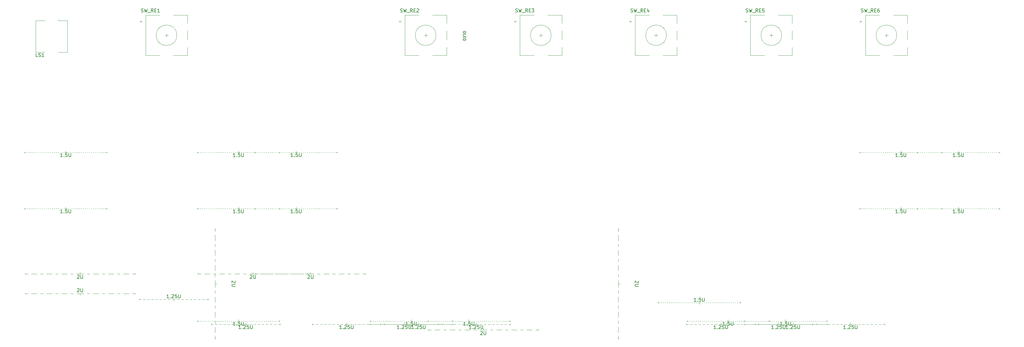
<source format=gto>
%TF.GenerationSoftware,KiCad,Pcbnew,(5.1.8-0-10_14)*%
%TF.CreationDate,2020-12-29T07:16:28+09:00*%
%TF.ProjectId,Unison,556e6973-6f6e-42e6-9b69-6361645f7063,v01_1*%
%TF.SameCoordinates,Original*%
%TF.FileFunction,Legend,Top*%
%TF.FilePolarity,Positive*%
%FSLAX46Y46*%
G04 Gerber Fmt 4.6, Leading zero omitted, Abs format (unit mm)*
G04 Created by KiCad (PCBNEW (5.1.8-0-10_14)) date 2020-12-29 07:16:28*
%MOMM*%
%LPD*%
G01*
G04 APERTURE LIST*
%ADD10C,0.120000*%
%ADD11C,0.150000*%
G04 APERTURE END LIST*
D10*
%TO.C,SW_10_2*%
X29700000Y-98300000D02*
X28900000Y-98300000D01*
X31700000Y-98800000D02*
X31700000Y-98300000D01*
X32700000Y-98300000D02*
X30700000Y-98300000D01*
X27900000Y-98300000D02*
X26300000Y-98300000D01*
X47700000Y-98100000D02*
X47700000Y-98500000D01*
X15700000Y-98500000D02*
X15700000Y-98100000D01*
X16500000Y-98300000D02*
X15700000Y-98300000D01*
X23500000Y-98300000D02*
X21900000Y-98300000D01*
X25300000Y-98300000D02*
X24500000Y-98300000D01*
X20900000Y-98300000D02*
X20100000Y-98300000D01*
X19100000Y-98300000D02*
X17500000Y-98300000D01*
X33700000Y-98300000D02*
X34500000Y-98300000D01*
X35500000Y-98300000D02*
X37100000Y-98300000D01*
X46900000Y-98300000D02*
X47700000Y-98300000D01*
X39900000Y-98300000D02*
X41500000Y-98300000D01*
X38100000Y-98300000D02*
X38900000Y-98300000D01*
X42500000Y-98300000D02*
X43300000Y-98300000D01*
X44300000Y-98300000D02*
X45900000Y-98300000D01*
%TO.C,SW_25_2*%
X71100000Y-97400000D02*
X71100000Y-98200000D01*
X71600000Y-95400000D02*
X71100000Y-95400000D01*
X71100000Y-94400000D02*
X71100000Y-96400000D01*
X71100000Y-106200000D02*
X71100000Y-107000000D01*
X71100000Y-108000000D02*
X71100000Y-109600000D01*
X71100000Y-93400000D02*
X71100000Y-92600000D01*
X71100000Y-91600000D02*
X71100000Y-90000000D01*
X71100000Y-80200000D02*
X71100000Y-79400000D01*
X71100000Y-87200000D02*
X71100000Y-85600000D01*
X71100000Y-89000000D02*
X71100000Y-88200000D01*
X71100000Y-84600000D02*
X71100000Y-83800000D01*
X71100000Y-82800000D02*
X71100000Y-81200000D01*
X71100000Y-99200000D02*
X71100000Y-100800000D01*
X70900000Y-79400000D02*
X71300000Y-79400000D01*
X71300000Y-111400000D02*
X70900000Y-111400000D01*
X71100000Y-110600000D02*
X71100000Y-111400000D01*
X71100000Y-103600000D02*
X71100000Y-105200000D01*
X71100000Y-101800000D02*
X71100000Y-102600000D01*
%TO.C,SW_60_2*%
X188700000Y-97400000D02*
X188700000Y-98200000D01*
X189200000Y-95400000D02*
X188700000Y-95400000D01*
X188700000Y-94400000D02*
X188700000Y-96400000D01*
X188700000Y-106200000D02*
X188700000Y-107000000D01*
X188700000Y-108000000D02*
X188700000Y-109600000D01*
X188700000Y-93400000D02*
X188700000Y-92600000D01*
X188700000Y-91600000D02*
X188700000Y-90000000D01*
X188700000Y-80200000D02*
X188700000Y-79400000D01*
X188700000Y-87200000D02*
X188700000Y-85600000D01*
X188700000Y-89000000D02*
X188700000Y-88200000D01*
X188700000Y-84600000D02*
X188700000Y-83800000D01*
X188700000Y-82800000D02*
X188700000Y-81200000D01*
X188700000Y-99200000D02*
X188700000Y-100800000D01*
X188500000Y-79400000D02*
X188900000Y-79400000D01*
X188900000Y-111400000D02*
X188500000Y-111400000D01*
X188700000Y-110600000D02*
X188700000Y-111400000D01*
X188700000Y-103600000D02*
X188700000Y-105200000D01*
X188700000Y-101800000D02*
X188700000Y-102600000D01*
%TO.C,SW_19_2*%
X33700000Y-92500000D02*
X34500000Y-92500000D01*
X31700000Y-92000000D02*
X31700000Y-92500000D01*
X30700000Y-92500000D02*
X32700000Y-92500000D01*
X35500000Y-92500000D02*
X37100000Y-92500000D01*
X15700000Y-92700000D02*
X15700000Y-92300000D01*
X47700000Y-92300000D02*
X47700000Y-92700000D01*
X46900000Y-92500000D02*
X47700000Y-92500000D01*
X39900000Y-92500000D02*
X41500000Y-92500000D01*
X38100000Y-92500000D02*
X38900000Y-92500000D01*
X42500000Y-92500000D02*
X43300000Y-92500000D01*
X44300000Y-92500000D02*
X45900000Y-92500000D01*
X29700000Y-92500000D02*
X28900000Y-92500000D01*
X27900000Y-92500000D02*
X26300000Y-92500000D01*
X16500000Y-92500000D02*
X15700000Y-92500000D01*
X23500000Y-92500000D02*
X21900000Y-92500000D01*
X25300000Y-92500000D02*
X24500000Y-92500000D01*
X20900000Y-92500000D02*
X20100000Y-92500000D01*
X19100000Y-92500000D02*
X17500000Y-92500000D01*
%TO.C,SW_24_2*%
X84100000Y-92500000D02*
X84900000Y-92500000D01*
X82100000Y-92000000D02*
X82100000Y-92500000D01*
X81100000Y-92500000D02*
X83100000Y-92500000D01*
X85900000Y-92500000D02*
X87500000Y-92500000D01*
X66100000Y-92700000D02*
X66100000Y-92300000D01*
X98100000Y-92300000D02*
X98100000Y-92700000D01*
X97300000Y-92500000D02*
X98100000Y-92500000D01*
X90300000Y-92500000D02*
X91900000Y-92500000D01*
X88500000Y-92500000D02*
X89300000Y-92500000D01*
X92900000Y-92500000D02*
X93700000Y-92500000D01*
X94700000Y-92500000D02*
X96300000Y-92500000D01*
X80100000Y-92500000D02*
X79300000Y-92500000D01*
X78300000Y-92500000D02*
X76700000Y-92500000D01*
X66900000Y-92500000D02*
X66100000Y-92500000D01*
X73900000Y-92500000D02*
X72300000Y-92500000D01*
X75700000Y-92500000D02*
X74900000Y-92500000D01*
X71300000Y-92500000D02*
X70500000Y-92500000D01*
X69500000Y-92500000D02*
X67900000Y-92500000D01*
%TO.C,SW_39_2*%
X100900000Y-92500000D02*
X101700000Y-92500000D01*
X98900000Y-92000000D02*
X98900000Y-92500000D01*
X97900000Y-92500000D02*
X99900000Y-92500000D01*
X102700000Y-92500000D02*
X104300000Y-92500000D01*
X82900000Y-92700000D02*
X82900000Y-92300000D01*
X114900000Y-92300000D02*
X114900000Y-92700000D01*
X114100000Y-92500000D02*
X114900000Y-92500000D01*
X107100000Y-92500000D02*
X108700000Y-92500000D01*
X105300000Y-92500000D02*
X106100000Y-92500000D01*
X109700000Y-92500000D02*
X110500000Y-92500000D01*
X111500000Y-92500000D02*
X113100000Y-92500000D01*
X96900000Y-92500000D02*
X96100000Y-92500000D01*
X95100000Y-92500000D02*
X93500000Y-92500000D01*
X83700000Y-92500000D02*
X82900000Y-92500000D01*
X90700000Y-92500000D02*
X89100000Y-92500000D01*
X92500000Y-92500000D02*
X91700000Y-92500000D01*
X88100000Y-92500000D02*
X87300000Y-92500000D01*
X86300000Y-92500000D02*
X84700000Y-92500000D01*
%TO.C,SW_45_4*%
X151300000Y-108900000D02*
X152100000Y-108900000D01*
X149300000Y-108400000D02*
X149300000Y-108900000D01*
X148300000Y-108900000D02*
X150300000Y-108900000D01*
X153100000Y-108900000D02*
X154700000Y-108900000D01*
X133300000Y-109100000D02*
X133300000Y-108700000D01*
X165300000Y-108700000D02*
X165300000Y-109100000D01*
X164500000Y-108900000D02*
X165300000Y-108900000D01*
X157500000Y-108900000D02*
X159100000Y-108900000D01*
X155700000Y-108900000D02*
X156500000Y-108900000D01*
X160100000Y-108900000D02*
X160900000Y-108900000D01*
X161900000Y-108900000D02*
X163500000Y-108900000D01*
X147300000Y-108900000D02*
X146500000Y-108900000D01*
X145500000Y-108900000D02*
X143900000Y-108900000D01*
X134100000Y-108900000D02*
X133300000Y-108900000D01*
X141100000Y-108900000D02*
X139500000Y-108900000D01*
X142900000Y-108900000D02*
X142100000Y-108900000D01*
X138500000Y-108900000D02*
X137700000Y-108900000D01*
X136700000Y-108900000D02*
X135100000Y-108900000D01*
%TO.C,SW_17_2*%
X15900000Y-57100000D02*
X15500000Y-57100000D01*
X16500000Y-57100000D02*
X16300000Y-57100000D01*
X19500000Y-57100000D02*
X19300000Y-57100000D01*
X18900000Y-57100000D02*
X18700000Y-57100000D01*
X18300000Y-57100000D02*
X18100000Y-57100000D01*
X20100000Y-57100000D02*
X19900000Y-57100000D01*
X17700000Y-57100000D02*
X17500000Y-57100000D01*
X17100000Y-57100000D02*
X16900000Y-57100000D01*
X23100000Y-57100000D02*
X22900000Y-57100000D01*
X22500000Y-57100000D02*
X22300000Y-57100000D01*
X21900000Y-57100000D02*
X21700000Y-57100000D01*
X24900000Y-57100000D02*
X24700000Y-57100000D01*
X25500000Y-57100000D02*
X25300000Y-57100000D01*
X26100000Y-57100000D02*
X25900000Y-57100000D01*
X26700000Y-57100000D02*
X26500000Y-57100000D01*
X23700000Y-57100000D02*
X23500000Y-57100000D01*
X21300000Y-57100000D02*
X21100000Y-57100000D01*
X20700000Y-57100000D02*
X20500000Y-57100000D01*
X24300000Y-57100000D02*
X24100000Y-57100000D01*
X39100000Y-57100000D02*
X39500000Y-57100000D01*
X38500000Y-57100000D02*
X38700000Y-57100000D01*
X35500000Y-57100000D02*
X35700000Y-57100000D01*
X36100000Y-57100000D02*
X36300000Y-57100000D01*
X36700000Y-57100000D02*
X36900000Y-57100000D01*
X34900000Y-57100000D02*
X35100000Y-57100000D01*
X37300000Y-57100000D02*
X37500000Y-57100000D01*
X37900000Y-57100000D02*
X38100000Y-57100000D01*
X31900000Y-57100000D02*
X32100000Y-57100000D01*
X32500000Y-57100000D02*
X32700000Y-57100000D01*
X33100000Y-57100000D02*
X33300000Y-57100000D01*
X31300000Y-57100000D02*
X31500000Y-57100000D01*
X33700000Y-57100000D02*
X33900000Y-57100000D01*
X34300000Y-57100000D02*
X34500000Y-57100000D01*
X30700000Y-57100000D02*
X30900000Y-57100000D01*
X30100000Y-57100000D02*
X30300000Y-57100000D01*
X29500000Y-57100000D02*
X29700000Y-57100000D01*
X28900000Y-57100000D02*
X29100000Y-57100000D01*
X28300000Y-57100000D02*
X28500000Y-57100000D01*
X27100000Y-57100000D02*
X27900000Y-57100000D01*
X39500000Y-56900000D02*
X39500000Y-57300000D01*
X15500000Y-57300000D02*
X15500000Y-56900000D01*
X27500000Y-56600000D02*
X27500000Y-57100000D01*
%TO.C,SW_18_2*%
X15900000Y-73500000D02*
X15500000Y-73500000D01*
X16500000Y-73500000D02*
X16300000Y-73500000D01*
X19500000Y-73500000D02*
X19300000Y-73500000D01*
X18900000Y-73500000D02*
X18700000Y-73500000D01*
X18300000Y-73500000D02*
X18100000Y-73500000D01*
X20100000Y-73500000D02*
X19900000Y-73500000D01*
X17700000Y-73500000D02*
X17500000Y-73500000D01*
X17100000Y-73500000D02*
X16900000Y-73500000D01*
X23100000Y-73500000D02*
X22900000Y-73500000D01*
X22500000Y-73500000D02*
X22300000Y-73500000D01*
X21900000Y-73500000D02*
X21700000Y-73500000D01*
X24900000Y-73500000D02*
X24700000Y-73500000D01*
X25500000Y-73500000D02*
X25300000Y-73500000D01*
X26100000Y-73500000D02*
X25900000Y-73500000D01*
X26700000Y-73500000D02*
X26500000Y-73500000D01*
X23700000Y-73500000D02*
X23500000Y-73500000D01*
X21300000Y-73500000D02*
X21100000Y-73500000D01*
X20700000Y-73500000D02*
X20500000Y-73500000D01*
X24300000Y-73500000D02*
X24100000Y-73500000D01*
X39100000Y-73500000D02*
X39500000Y-73500000D01*
X38500000Y-73500000D02*
X38700000Y-73500000D01*
X35500000Y-73500000D02*
X35700000Y-73500000D01*
X36100000Y-73500000D02*
X36300000Y-73500000D01*
X36700000Y-73500000D02*
X36900000Y-73500000D01*
X34900000Y-73500000D02*
X35100000Y-73500000D01*
X37300000Y-73500000D02*
X37500000Y-73500000D01*
X37900000Y-73500000D02*
X38100000Y-73500000D01*
X31900000Y-73500000D02*
X32100000Y-73500000D01*
X32500000Y-73500000D02*
X32700000Y-73500000D01*
X33100000Y-73500000D02*
X33300000Y-73500000D01*
X31300000Y-73500000D02*
X31500000Y-73500000D01*
X33700000Y-73500000D02*
X33900000Y-73500000D01*
X34300000Y-73500000D02*
X34500000Y-73500000D01*
X30700000Y-73500000D02*
X30900000Y-73500000D01*
X30100000Y-73500000D02*
X30300000Y-73500000D01*
X29500000Y-73500000D02*
X29700000Y-73500000D01*
X28900000Y-73500000D02*
X29100000Y-73500000D01*
X28300000Y-73500000D02*
X28500000Y-73500000D01*
X27100000Y-73500000D02*
X27900000Y-73500000D01*
X39500000Y-73300000D02*
X39500000Y-73700000D01*
X15500000Y-73700000D02*
X15500000Y-73300000D01*
X27500000Y-73000000D02*
X27500000Y-73500000D01*
%TO.C,SW_23_2*%
X66300000Y-73500000D02*
X65900000Y-73500000D01*
X66900000Y-73500000D02*
X66700000Y-73500000D01*
X69900000Y-73500000D02*
X69700000Y-73500000D01*
X69300000Y-73500000D02*
X69100000Y-73500000D01*
X68700000Y-73500000D02*
X68500000Y-73500000D01*
X70500000Y-73500000D02*
X70300000Y-73500000D01*
X68100000Y-73500000D02*
X67900000Y-73500000D01*
X67500000Y-73500000D02*
X67300000Y-73500000D01*
X73500000Y-73500000D02*
X73300000Y-73500000D01*
X72900000Y-73500000D02*
X72700000Y-73500000D01*
X72300000Y-73500000D02*
X72100000Y-73500000D01*
X75300000Y-73500000D02*
X75100000Y-73500000D01*
X75900000Y-73500000D02*
X75700000Y-73500000D01*
X76500000Y-73500000D02*
X76300000Y-73500000D01*
X77100000Y-73500000D02*
X76900000Y-73500000D01*
X74100000Y-73500000D02*
X73900000Y-73500000D01*
X71700000Y-73500000D02*
X71500000Y-73500000D01*
X71100000Y-73500000D02*
X70900000Y-73500000D01*
X74700000Y-73500000D02*
X74500000Y-73500000D01*
X89500000Y-73500000D02*
X89900000Y-73500000D01*
X88900000Y-73500000D02*
X89100000Y-73500000D01*
X85900000Y-73500000D02*
X86100000Y-73500000D01*
X86500000Y-73500000D02*
X86700000Y-73500000D01*
X87100000Y-73500000D02*
X87300000Y-73500000D01*
X85300000Y-73500000D02*
X85500000Y-73500000D01*
X87700000Y-73500000D02*
X87900000Y-73500000D01*
X88300000Y-73500000D02*
X88500000Y-73500000D01*
X82300000Y-73500000D02*
X82500000Y-73500000D01*
X82900000Y-73500000D02*
X83100000Y-73500000D01*
X83500000Y-73500000D02*
X83700000Y-73500000D01*
X81700000Y-73500000D02*
X81900000Y-73500000D01*
X84100000Y-73500000D02*
X84300000Y-73500000D01*
X84700000Y-73500000D02*
X84900000Y-73500000D01*
X81100000Y-73500000D02*
X81300000Y-73500000D01*
X80500000Y-73500000D02*
X80700000Y-73500000D01*
X79900000Y-73500000D02*
X80100000Y-73500000D01*
X79300000Y-73500000D02*
X79500000Y-73500000D01*
X78700000Y-73500000D02*
X78900000Y-73500000D01*
X77500000Y-73500000D02*
X78300000Y-73500000D01*
X89900000Y-73300000D02*
X89900000Y-73700000D01*
X65900000Y-73700000D02*
X65900000Y-73300000D01*
X77900000Y-73000000D02*
X77900000Y-73500000D01*
%TO.C,SW_25_3*%
X66300000Y-106300000D02*
X65900000Y-106300000D01*
X66900000Y-106300000D02*
X66700000Y-106300000D01*
X69900000Y-106300000D02*
X69700000Y-106300000D01*
X69300000Y-106300000D02*
X69100000Y-106300000D01*
X68700000Y-106300000D02*
X68500000Y-106300000D01*
X70500000Y-106300000D02*
X70300000Y-106300000D01*
X68100000Y-106300000D02*
X67900000Y-106300000D01*
X67500000Y-106300000D02*
X67300000Y-106300000D01*
X73500000Y-106300000D02*
X73300000Y-106300000D01*
X72900000Y-106300000D02*
X72700000Y-106300000D01*
X72300000Y-106300000D02*
X72100000Y-106300000D01*
X75300000Y-106300000D02*
X75100000Y-106300000D01*
X75900000Y-106300000D02*
X75700000Y-106300000D01*
X76500000Y-106300000D02*
X76300000Y-106300000D01*
X77100000Y-106300000D02*
X76900000Y-106300000D01*
X74100000Y-106300000D02*
X73900000Y-106300000D01*
X71700000Y-106300000D02*
X71500000Y-106300000D01*
X71100000Y-106300000D02*
X70900000Y-106300000D01*
X74700000Y-106300000D02*
X74500000Y-106300000D01*
X89500000Y-106300000D02*
X89900000Y-106300000D01*
X88900000Y-106300000D02*
X89100000Y-106300000D01*
X85900000Y-106300000D02*
X86100000Y-106300000D01*
X86500000Y-106300000D02*
X86700000Y-106300000D01*
X87100000Y-106300000D02*
X87300000Y-106300000D01*
X85300000Y-106300000D02*
X85500000Y-106300000D01*
X87700000Y-106300000D02*
X87900000Y-106300000D01*
X88300000Y-106300000D02*
X88500000Y-106300000D01*
X82300000Y-106300000D02*
X82500000Y-106300000D01*
X82900000Y-106300000D02*
X83100000Y-106300000D01*
X83500000Y-106300000D02*
X83700000Y-106300000D01*
X81700000Y-106300000D02*
X81900000Y-106300000D01*
X84100000Y-106300000D02*
X84300000Y-106300000D01*
X84700000Y-106300000D02*
X84900000Y-106300000D01*
X81100000Y-106300000D02*
X81300000Y-106300000D01*
X80500000Y-106300000D02*
X80700000Y-106300000D01*
X79900000Y-106300000D02*
X80100000Y-106300000D01*
X79300000Y-106300000D02*
X79500000Y-106300000D01*
X78700000Y-106300000D02*
X78900000Y-106300000D01*
X77500000Y-106300000D02*
X78300000Y-106300000D01*
X89900000Y-106100000D02*
X89900000Y-106500000D01*
X65900000Y-106500000D02*
X65900000Y-106100000D01*
X77900000Y-105800000D02*
X77900000Y-106300000D01*
%TO.C,SW_32_2*%
X66300000Y-57100000D02*
X65900000Y-57100000D01*
X66900000Y-57100000D02*
X66700000Y-57100000D01*
X69900000Y-57100000D02*
X69700000Y-57100000D01*
X69300000Y-57100000D02*
X69100000Y-57100000D01*
X68700000Y-57100000D02*
X68500000Y-57100000D01*
X70500000Y-57100000D02*
X70300000Y-57100000D01*
X68100000Y-57100000D02*
X67900000Y-57100000D01*
X67500000Y-57100000D02*
X67300000Y-57100000D01*
X73500000Y-57100000D02*
X73300000Y-57100000D01*
X72900000Y-57100000D02*
X72700000Y-57100000D01*
X72300000Y-57100000D02*
X72100000Y-57100000D01*
X75300000Y-57100000D02*
X75100000Y-57100000D01*
X75900000Y-57100000D02*
X75700000Y-57100000D01*
X76500000Y-57100000D02*
X76300000Y-57100000D01*
X77100000Y-57100000D02*
X76900000Y-57100000D01*
X74100000Y-57100000D02*
X73900000Y-57100000D01*
X71700000Y-57100000D02*
X71500000Y-57100000D01*
X71100000Y-57100000D02*
X70900000Y-57100000D01*
X74700000Y-57100000D02*
X74500000Y-57100000D01*
X89500000Y-57100000D02*
X89900000Y-57100000D01*
X88900000Y-57100000D02*
X89100000Y-57100000D01*
X85900000Y-57100000D02*
X86100000Y-57100000D01*
X86500000Y-57100000D02*
X86700000Y-57100000D01*
X87100000Y-57100000D02*
X87300000Y-57100000D01*
X85300000Y-57100000D02*
X85500000Y-57100000D01*
X87700000Y-57100000D02*
X87900000Y-57100000D01*
X88300000Y-57100000D02*
X88500000Y-57100000D01*
X82300000Y-57100000D02*
X82500000Y-57100000D01*
X82900000Y-57100000D02*
X83100000Y-57100000D01*
X83500000Y-57100000D02*
X83700000Y-57100000D01*
X81700000Y-57100000D02*
X81900000Y-57100000D01*
X84100000Y-57100000D02*
X84300000Y-57100000D01*
X84700000Y-57100000D02*
X84900000Y-57100000D01*
X81100000Y-57100000D02*
X81300000Y-57100000D01*
X80500000Y-57100000D02*
X80700000Y-57100000D01*
X79900000Y-57100000D02*
X80100000Y-57100000D01*
X79300000Y-57100000D02*
X79500000Y-57100000D01*
X78700000Y-57100000D02*
X78900000Y-57100000D01*
X77500000Y-57100000D02*
X78300000Y-57100000D01*
X89900000Y-56900000D02*
X89900000Y-57300000D01*
X65900000Y-57300000D02*
X65900000Y-56900000D01*
X77900000Y-56600000D02*
X77900000Y-57100000D01*
%TO.C,SW_37_2*%
X83100000Y-57100000D02*
X82700000Y-57100000D01*
X83700000Y-57100000D02*
X83500000Y-57100000D01*
X86700000Y-57100000D02*
X86500000Y-57100000D01*
X86100000Y-57100000D02*
X85900000Y-57100000D01*
X85500000Y-57100000D02*
X85300000Y-57100000D01*
X87300000Y-57100000D02*
X87100000Y-57100000D01*
X84900000Y-57100000D02*
X84700000Y-57100000D01*
X84300000Y-57100000D02*
X84100000Y-57100000D01*
X90300000Y-57100000D02*
X90100000Y-57100000D01*
X89700000Y-57100000D02*
X89500000Y-57100000D01*
X89100000Y-57100000D02*
X88900000Y-57100000D01*
X92100000Y-57100000D02*
X91900000Y-57100000D01*
X92700000Y-57100000D02*
X92500000Y-57100000D01*
X93300000Y-57100000D02*
X93100000Y-57100000D01*
X93900000Y-57100000D02*
X93700000Y-57100000D01*
X90900000Y-57100000D02*
X90700000Y-57100000D01*
X88500000Y-57100000D02*
X88300000Y-57100000D01*
X87900000Y-57100000D02*
X87700000Y-57100000D01*
X91500000Y-57100000D02*
X91300000Y-57100000D01*
X106300000Y-57100000D02*
X106700000Y-57100000D01*
X105700000Y-57100000D02*
X105900000Y-57100000D01*
X102700000Y-57100000D02*
X102900000Y-57100000D01*
X103300000Y-57100000D02*
X103500000Y-57100000D01*
X103900000Y-57100000D02*
X104100000Y-57100000D01*
X102100000Y-57100000D02*
X102300000Y-57100000D01*
X104500000Y-57100000D02*
X104700000Y-57100000D01*
X105100000Y-57100000D02*
X105300000Y-57100000D01*
X99100000Y-57100000D02*
X99300000Y-57100000D01*
X99700000Y-57100000D02*
X99900000Y-57100000D01*
X100300000Y-57100000D02*
X100500000Y-57100000D01*
X98500000Y-57100000D02*
X98700000Y-57100000D01*
X100900000Y-57100000D02*
X101100000Y-57100000D01*
X101500000Y-57100000D02*
X101700000Y-57100000D01*
X97900000Y-57100000D02*
X98100000Y-57100000D01*
X97300000Y-57100000D02*
X97500000Y-57100000D01*
X96700000Y-57100000D02*
X96900000Y-57100000D01*
X96100000Y-57100000D02*
X96300000Y-57100000D01*
X95500000Y-57100000D02*
X95700000Y-57100000D01*
X94300000Y-57100000D02*
X95100000Y-57100000D01*
X106700000Y-56900000D02*
X106700000Y-57300000D01*
X82700000Y-57300000D02*
X82700000Y-56900000D01*
X94700000Y-56600000D02*
X94700000Y-57100000D01*
%TO.C,SW_38_2*%
X83100000Y-73500000D02*
X82700000Y-73500000D01*
X83700000Y-73500000D02*
X83500000Y-73500000D01*
X86700000Y-73500000D02*
X86500000Y-73500000D01*
X86100000Y-73500000D02*
X85900000Y-73500000D01*
X85500000Y-73500000D02*
X85300000Y-73500000D01*
X87300000Y-73500000D02*
X87100000Y-73500000D01*
X84900000Y-73500000D02*
X84700000Y-73500000D01*
X84300000Y-73500000D02*
X84100000Y-73500000D01*
X90300000Y-73500000D02*
X90100000Y-73500000D01*
X89700000Y-73500000D02*
X89500000Y-73500000D01*
X89100000Y-73500000D02*
X88900000Y-73500000D01*
X92100000Y-73500000D02*
X91900000Y-73500000D01*
X92700000Y-73500000D02*
X92500000Y-73500000D01*
X93300000Y-73500000D02*
X93100000Y-73500000D01*
X93900000Y-73500000D02*
X93700000Y-73500000D01*
X90900000Y-73500000D02*
X90700000Y-73500000D01*
X88500000Y-73500000D02*
X88300000Y-73500000D01*
X87900000Y-73500000D02*
X87700000Y-73500000D01*
X91500000Y-73500000D02*
X91300000Y-73500000D01*
X106300000Y-73500000D02*
X106700000Y-73500000D01*
X105700000Y-73500000D02*
X105900000Y-73500000D01*
X102700000Y-73500000D02*
X102900000Y-73500000D01*
X103300000Y-73500000D02*
X103500000Y-73500000D01*
X103900000Y-73500000D02*
X104100000Y-73500000D01*
X102100000Y-73500000D02*
X102300000Y-73500000D01*
X104500000Y-73500000D02*
X104700000Y-73500000D01*
X105100000Y-73500000D02*
X105300000Y-73500000D01*
X99100000Y-73500000D02*
X99300000Y-73500000D01*
X99700000Y-73500000D02*
X99900000Y-73500000D01*
X100300000Y-73500000D02*
X100500000Y-73500000D01*
X98500000Y-73500000D02*
X98700000Y-73500000D01*
X100900000Y-73500000D02*
X101100000Y-73500000D01*
X101500000Y-73500000D02*
X101700000Y-73500000D01*
X97900000Y-73500000D02*
X98100000Y-73500000D01*
X97300000Y-73500000D02*
X97500000Y-73500000D01*
X96700000Y-73500000D02*
X96900000Y-73500000D01*
X96100000Y-73500000D02*
X96300000Y-73500000D01*
X95500000Y-73500000D02*
X95700000Y-73500000D01*
X94300000Y-73500000D02*
X95100000Y-73500000D01*
X106700000Y-73300000D02*
X106700000Y-73700000D01*
X82700000Y-73700000D02*
X82700000Y-73300000D01*
X94700000Y-73000000D02*
X94700000Y-73500000D01*
%TO.C,SW_40_2*%
X116700000Y-106300000D02*
X116300000Y-106300000D01*
X117300000Y-106300000D02*
X117100000Y-106300000D01*
X120300000Y-106300000D02*
X120100000Y-106300000D01*
X119700000Y-106300000D02*
X119500000Y-106300000D01*
X119100000Y-106300000D02*
X118900000Y-106300000D01*
X120900000Y-106300000D02*
X120700000Y-106300000D01*
X118500000Y-106300000D02*
X118300000Y-106300000D01*
X117900000Y-106300000D02*
X117700000Y-106300000D01*
X123900000Y-106300000D02*
X123700000Y-106300000D01*
X123300000Y-106300000D02*
X123100000Y-106300000D01*
X122700000Y-106300000D02*
X122500000Y-106300000D01*
X125700000Y-106300000D02*
X125500000Y-106300000D01*
X126300000Y-106300000D02*
X126100000Y-106300000D01*
X126900000Y-106300000D02*
X126700000Y-106300000D01*
X127500000Y-106300000D02*
X127300000Y-106300000D01*
X124500000Y-106300000D02*
X124300000Y-106300000D01*
X122100000Y-106300000D02*
X121900000Y-106300000D01*
X121500000Y-106300000D02*
X121300000Y-106300000D01*
X125100000Y-106300000D02*
X124900000Y-106300000D01*
X139900000Y-106300000D02*
X140300000Y-106300000D01*
X139300000Y-106300000D02*
X139500000Y-106300000D01*
X136300000Y-106300000D02*
X136500000Y-106300000D01*
X136900000Y-106300000D02*
X137100000Y-106300000D01*
X137500000Y-106300000D02*
X137700000Y-106300000D01*
X135700000Y-106300000D02*
X135900000Y-106300000D01*
X138100000Y-106300000D02*
X138300000Y-106300000D01*
X138700000Y-106300000D02*
X138900000Y-106300000D01*
X132700000Y-106300000D02*
X132900000Y-106300000D01*
X133300000Y-106300000D02*
X133500000Y-106300000D01*
X133900000Y-106300000D02*
X134100000Y-106300000D01*
X132100000Y-106300000D02*
X132300000Y-106300000D01*
X134500000Y-106300000D02*
X134700000Y-106300000D01*
X135100000Y-106300000D02*
X135300000Y-106300000D01*
X131500000Y-106300000D02*
X131700000Y-106300000D01*
X130900000Y-106300000D02*
X131100000Y-106300000D01*
X130300000Y-106300000D02*
X130500000Y-106300000D01*
X129700000Y-106300000D02*
X129900000Y-106300000D01*
X129100000Y-106300000D02*
X129300000Y-106300000D01*
X127900000Y-106300000D02*
X128700000Y-106300000D01*
X140300000Y-106100000D02*
X140300000Y-106500000D01*
X116300000Y-106500000D02*
X116300000Y-106100000D01*
X128300000Y-105800000D02*
X128300000Y-106300000D01*
%TO.C,SW_45_2*%
X133500000Y-106300000D02*
X133100000Y-106300000D01*
X134100000Y-106300000D02*
X133900000Y-106300000D01*
X137100000Y-106300000D02*
X136900000Y-106300000D01*
X136500000Y-106300000D02*
X136300000Y-106300000D01*
X135900000Y-106300000D02*
X135700000Y-106300000D01*
X137700000Y-106300000D02*
X137500000Y-106300000D01*
X135300000Y-106300000D02*
X135100000Y-106300000D01*
X134700000Y-106300000D02*
X134500000Y-106300000D01*
X140700000Y-106300000D02*
X140500000Y-106300000D01*
X140100000Y-106300000D02*
X139900000Y-106300000D01*
X139500000Y-106300000D02*
X139300000Y-106300000D01*
X142500000Y-106300000D02*
X142300000Y-106300000D01*
X143100000Y-106300000D02*
X142900000Y-106300000D01*
X143700000Y-106300000D02*
X143500000Y-106300000D01*
X144300000Y-106300000D02*
X144100000Y-106300000D01*
X141300000Y-106300000D02*
X141100000Y-106300000D01*
X138900000Y-106300000D02*
X138700000Y-106300000D01*
X138300000Y-106300000D02*
X138100000Y-106300000D01*
X141900000Y-106300000D02*
X141700000Y-106300000D01*
X156700000Y-106300000D02*
X157100000Y-106300000D01*
X156100000Y-106300000D02*
X156300000Y-106300000D01*
X153100000Y-106300000D02*
X153300000Y-106300000D01*
X153700000Y-106300000D02*
X153900000Y-106300000D01*
X154300000Y-106300000D02*
X154500000Y-106300000D01*
X152500000Y-106300000D02*
X152700000Y-106300000D01*
X154900000Y-106300000D02*
X155100000Y-106300000D01*
X155500000Y-106300000D02*
X155700000Y-106300000D01*
X149500000Y-106300000D02*
X149700000Y-106300000D01*
X150100000Y-106300000D02*
X150300000Y-106300000D01*
X150700000Y-106300000D02*
X150900000Y-106300000D01*
X148900000Y-106300000D02*
X149100000Y-106300000D01*
X151300000Y-106300000D02*
X151500000Y-106300000D01*
X151900000Y-106300000D02*
X152100000Y-106300000D01*
X148300000Y-106300000D02*
X148500000Y-106300000D01*
X147700000Y-106300000D02*
X147900000Y-106300000D01*
X147100000Y-106300000D02*
X147300000Y-106300000D01*
X146500000Y-106300000D02*
X146700000Y-106300000D01*
X145900000Y-106300000D02*
X146100000Y-106300000D01*
X144700000Y-106300000D02*
X145500000Y-106300000D01*
X157100000Y-106100000D02*
X157100000Y-106500000D01*
X133100000Y-106500000D02*
X133100000Y-106100000D01*
X145100000Y-105800000D02*
X145100000Y-106300000D01*
%TO.C,SW_70_2*%
X209100000Y-106300000D02*
X208700000Y-106300000D01*
X209700000Y-106300000D02*
X209500000Y-106300000D01*
X212700000Y-106300000D02*
X212500000Y-106300000D01*
X212100000Y-106300000D02*
X211900000Y-106300000D01*
X211500000Y-106300000D02*
X211300000Y-106300000D01*
X213300000Y-106300000D02*
X213100000Y-106300000D01*
X210900000Y-106300000D02*
X210700000Y-106300000D01*
X210300000Y-106300000D02*
X210100000Y-106300000D01*
X216300000Y-106300000D02*
X216100000Y-106300000D01*
X215700000Y-106300000D02*
X215500000Y-106300000D01*
X215100000Y-106300000D02*
X214900000Y-106300000D01*
X218100000Y-106300000D02*
X217900000Y-106300000D01*
X218700000Y-106300000D02*
X218500000Y-106300000D01*
X219300000Y-106300000D02*
X219100000Y-106300000D01*
X219900000Y-106300000D02*
X219700000Y-106300000D01*
X216900000Y-106300000D02*
X216700000Y-106300000D01*
X214500000Y-106300000D02*
X214300000Y-106300000D01*
X213900000Y-106300000D02*
X213700000Y-106300000D01*
X217500000Y-106300000D02*
X217300000Y-106300000D01*
X232300000Y-106300000D02*
X232700000Y-106300000D01*
X231700000Y-106300000D02*
X231900000Y-106300000D01*
X228700000Y-106300000D02*
X228900000Y-106300000D01*
X229300000Y-106300000D02*
X229500000Y-106300000D01*
X229900000Y-106300000D02*
X230100000Y-106300000D01*
X228100000Y-106300000D02*
X228300000Y-106300000D01*
X230500000Y-106300000D02*
X230700000Y-106300000D01*
X231100000Y-106300000D02*
X231300000Y-106300000D01*
X225100000Y-106300000D02*
X225300000Y-106300000D01*
X225700000Y-106300000D02*
X225900000Y-106300000D01*
X226300000Y-106300000D02*
X226500000Y-106300000D01*
X224500000Y-106300000D02*
X224700000Y-106300000D01*
X226900000Y-106300000D02*
X227100000Y-106300000D01*
X227500000Y-106300000D02*
X227700000Y-106300000D01*
X223900000Y-106300000D02*
X224100000Y-106300000D01*
X223300000Y-106300000D02*
X223500000Y-106300000D01*
X222700000Y-106300000D02*
X222900000Y-106300000D01*
X222100000Y-106300000D02*
X222300000Y-106300000D01*
X221500000Y-106300000D02*
X221700000Y-106300000D01*
X220300000Y-106300000D02*
X221100000Y-106300000D01*
X232700000Y-106100000D02*
X232700000Y-106500000D01*
X208700000Y-106500000D02*
X208700000Y-106100000D01*
X220700000Y-105800000D02*
X220700000Y-106300000D01*
%TO.C,SW_75_2*%
X223900000Y-100900000D02*
X224300000Y-100900000D01*
X223300000Y-100900000D02*
X223500000Y-100900000D01*
X220300000Y-100900000D02*
X220500000Y-100900000D01*
X220900000Y-100900000D02*
X221100000Y-100900000D01*
X221500000Y-100900000D02*
X221700000Y-100900000D01*
X219700000Y-100900000D02*
X219900000Y-100900000D01*
X222100000Y-100900000D02*
X222300000Y-100900000D01*
X222700000Y-100900000D02*
X222900000Y-100900000D01*
X216700000Y-100900000D02*
X216900000Y-100900000D01*
X217300000Y-100900000D02*
X217500000Y-100900000D01*
X217900000Y-100900000D02*
X218100000Y-100900000D01*
X214900000Y-100900000D02*
X215100000Y-100900000D01*
X214300000Y-100900000D02*
X214500000Y-100900000D01*
X213700000Y-100900000D02*
X213900000Y-100900000D01*
X213100000Y-100900000D02*
X213300000Y-100900000D01*
X216100000Y-100900000D02*
X216300000Y-100900000D01*
X218500000Y-100900000D02*
X218700000Y-100900000D01*
X219100000Y-100900000D02*
X219300000Y-100900000D01*
X215500000Y-100900000D02*
X215700000Y-100900000D01*
X200700000Y-100900000D02*
X200300000Y-100900000D01*
X201300000Y-100900000D02*
X201100000Y-100900000D01*
X204300000Y-100900000D02*
X204100000Y-100900000D01*
X203700000Y-100900000D02*
X203500000Y-100900000D01*
X203100000Y-100900000D02*
X202900000Y-100900000D01*
X204900000Y-100900000D02*
X204700000Y-100900000D01*
X202500000Y-100900000D02*
X202300000Y-100900000D01*
X201900000Y-100900000D02*
X201700000Y-100900000D01*
X207900000Y-100900000D02*
X207700000Y-100900000D01*
X207300000Y-100900000D02*
X207100000Y-100900000D01*
X206700000Y-100900000D02*
X206500000Y-100900000D01*
X208500000Y-100900000D02*
X208300000Y-100900000D01*
X206100000Y-100900000D02*
X205900000Y-100900000D01*
X205500000Y-100900000D02*
X205300000Y-100900000D01*
X209100000Y-100900000D02*
X208900000Y-100900000D01*
X209700000Y-100900000D02*
X209500000Y-100900000D01*
X210300000Y-100900000D02*
X210100000Y-100900000D01*
X210900000Y-100900000D02*
X210700000Y-100900000D01*
X211500000Y-100900000D02*
X211300000Y-100900000D01*
X212700000Y-100900000D02*
X211900000Y-100900000D01*
X200300000Y-101100000D02*
X200300000Y-100700000D01*
X224300000Y-100700000D02*
X224300000Y-101100000D01*
X212300000Y-101400000D02*
X212300000Y-100900000D01*
%TO.C,SW_7_2*%
X276300000Y-57100000D02*
X275900000Y-57100000D01*
X276900000Y-57100000D02*
X276700000Y-57100000D01*
X279900000Y-57100000D02*
X279700000Y-57100000D01*
X279300000Y-57100000D02*
X279100000Y-57100000D01*
X278700000Y-57100000D02*
X278500000Y-57100000D01*
X280500000Y-57100000D02*
X280300000Y-57100000D01*
X278100000Y-57100000D02*
X277900000Y-57100000D01*
X277500000Y-57100000D02*
X277300000Y-57100000D01*
X283500000Y-57100000D02*
X283300000Y-57100000D01*
X282900000Y-57100000D02*
X282700000Y-57100000D01*
X282300000Y-57100000D02*
X282100000Y-57100000D01*
X285300000Y-57100000D02*
X285100000Y-57100000D01*
X285900000Y-57100000D02*
X285700000Y-57100000D01*
X286500000Y-57100000D02*
X286300000Y-57100000D01*
X287100000Y-57100000D02*
X286900000Y-57100000D01*
X284100000Y-57100000D02*
X283900000Y-57100000D01*
X281700000Y-57100000D02*
X281500000Y-57100000D01*
X281100000Y-57100000D02*
X280900000Y-57100000D01*
X284700000Y-57100000D02*
X284500000Y-57100000D01*
X299500000Y-57100000D02*
X299900000Y-57100000D01*
X298900000Y-57100000D02*
X299100000Y-57100000D01*
X295900000Y-57100000D02*
X296100000Y-57100000D01*
X296500000Y-57100000D02*
X296700000Y-57100000D01*
X297100000Y-57100000D02*
X297300000Y-57100000D01*
X295300000Y-57100000D02*
X295500000Y-57100000D01*
X297700000Y-57100000D02*
X297900000Y-57100000D01*
X298300000Y-57100000D02*
X298500000Y-57100000D01*
X292300000Y-57100000D02*
X292500000Y-57100000D01*
X292900000Y-57100000D02*
X293100000Y-57100000D01*
X293500000Y-57100000D02*
X293700000Y-57100000D01*
X291700000Y-57100000D02*
X291900000Y-57100000D01*
X294100000Y-57100000D02*
X294300000Y-57100000D01*
X294700000Y-57100000D02*
X294900000Y-57100000D01*
X291100000Y-57100000D02*
X291300000Y-57100000D01*
X290500000Y-57100000D02*
X290700000Y-57100000D01*
X289900000Y-57100000D02*
X290100000Y-57100000D01*
X289300000Y-57100000D02*
X289500000Y-57100000D01*
X288700000Y-57100000D02*
X288900000Y-57100000D01*
X287500000Y-57100000D02*
X288300000Y-57100000D01*
X299900000Y-56900000D02*
X299900000Y-57300000D01*
X275900000Y-57300000D02*
X275900000Y-56900000D01*
X287900000Y-56600000D02*
X287900000Y-57100000D01*
%TO.C,SW_85_3*%
X225900000Y-106300000D02*
X225500000Y-106300000D01*
X226500000Y-106300000D02*
X226300000Y-106300000D01*
X229500000Y-106300000D02*
X229300000Y-106300000D01*
X228900000Y-106300000D02*
X228700000Y-106300000D01*
X228300000Y-106300000D02*
X228100000Y-106300000D01*
X230100000Y-106300000D02*
X229900000Y-106300000D01*
X227700000Y-106300000D02*
X227500000Y-106300000D01*
X227100000Y-106300000D02*
X226900000Y-106300000D01*
X233100000Y-106300000D02*
X232900000Y-106300000D01*
X232500000Y-106300000D02*
X232300000Y-106300000D01*
X231900000Y-106300000D02*
X231700000Y-106300000D01*
X234900000Y-106300000D02*
X234700000Y-106300000D01*
X235500000Y-106300000D02*
X235300000Y-106300000D01*
X236100000Y-106300000D02*
X235900000Y-106300000D01*
X236700000Y-106300000D02*
X236500000Y-106300000D01*
X233700000Y-106300000D02*
X233500000Y-106300000D01*
X231300000Y-106300000D02*
X231100000Y-106300000D01*
X230700000Y-106300000D02*
X230500000Y-106300000D01*
X234300000Y-106300000D02*
X234100000Y-106300000D01*
X249100000Y-106300000D02*
X249500000Y-106300000D01*
X248500000Y-106300000D02*
X248700000Y-106300000D01*
X245500000Y-106300000D02*
X245700000Y-106300000D01*
X246100000Y-106300000D02*
X246300000Y-106300000D01*
X246700000Y-106300000D02*
X246900000Y-106300000D01*
X244900000Y-106300000D02*
X245100000Y-106300000D01*
X247300000Y-106300000D02*
X247500000Y-106300000D01*
X247900000Y-106300000D02*
X248100000Y-106300000D01*
X241900000Y-106300000D02*
X242100000Y-106300000D01*
X242500000Y-106300000D02*
X242700000Y-106300000D01*
X243100000Y-106300000D02*
X243300000Y-106300000D01*
X241300000Y-106300000D02*
X241500000Y-106300000D01*
X243700000Y-106300000D02*
X243900000Y-106300000D01*
X244300000Y-106300000D02*
X244500000Y-106300000D01*
X240700000Y-106300000D02*
X240900000Y-106300000D01*
X240100000Y-106300000D02*
X240300000Y-106300000D01*
X239500000Y-106300000D02*
X239700000Y-106300000D01*
X238900000Y-106300000D02*
X239100000Y-106300000D01*
X238300000Y-106300000D02*
X238500000Y-106300000D01*
X237100000Y-106300000D02*
X237900000Y-106300000D01*
X249500000Y-106100000D02*
X249500000Y-106500000D01*
X225500000Y-106500000D02*
X225500000Y-106100000D01*
X237500000Y-105800000D02*
X237500000Y-106300000D01*
%TO.C,SW_8_2*%
X276300000Y-73500000D02*
X275900000Y-73500000D01*
X276900000Y-73500000D02*
X276700000Y-73500000D01*
X279900000Y-73500000D02*
X279700000Y-73500000D01*
X279300000Y-73500000D02*
X279100000Y-73500000D01*
X278700000Y-73500000D02*
X278500000Y-73500000D01*
X280500000Y-73500000D02*
X280300000Y-73500000D01*
X278100000Y-73500000D02*
X277900000Y-73500000D01*
X277500000Y-73500000D02*
X277300000Y-73500000D01*
X283500000Y-73500000D02*
X283300000Y-73500000D01*
X282900000Y-73500000D02*
X282700000Y-73500000D01*
X282300000Y-73500000D02*
X282100000Y-73500000D01*
X285300000Y-73500000D02*
X285100000Y-73500000D01*
X285900000Y-73500000D02*
X285700000Y-73500000D01*
X286500000Y-73500000D02*
X286300000Y-73500000D01*
X287100000Y-73500000D02*
X286900000Y-73500000D01*
X284100000Y-73500000D02*
X283900000Y-73500000D01*
X281700000Y-73500000D02*
X281500000Y-73500000D01*
X281100000Y-73500000D02*
X280900000Y-73500000D01*
X284700000Y-73500000D02*
X284500000Y-73500000D01*
X299500000Y-73500000D02*
X299900000Y-73500000D01*
X298900000Y-73500000D02*
X299100000Y-73500000D01*
X295900000Y-73500000D02*
X296100000Y-73500000D01*
X296500000Y-73500000D02*
X296700000Y-73500000D01*
X297100000Y-73500000D02*
X297300000Y-73500000D01*
X295300000Y-73500000D02*
X295500000Y-73500000D01*
X297700000Y-73500000D02*
X297900000Y-73500000D01*
X298300000Y-73500000D02*
X298500000Y-73500000D01*
X292300000Y-73500000D02*
X292500000Y-73500000D01*
X292900000Y-73500000D02*
X293100000Y-73500000D01*
X293500000Y-73500000D02*
X293700000Y-73500000D01*
X291700000Y-73500000D02*
X291900000Y-73500000D01*
X294100000Y-73500000D02*
X294300000Y-73500000D01*
X294700000Y-73500000D02*
X294900000Y-73500000D01*
X291100000Y-73500000D02*
X291300000Y-73500000D01*
X290500000Y-73500000D02*
X290700000Y-73500000D01*
X289900000Y-73500000D02*
X290100000Y-73500000D01*
X289300000Y-73500000D02*
X289500000Y-73500000D01*
X288700000Y-73500000D02*
X288900000Y-73500000D01*
X287500000Y-73500000D02*
X288300000Y-73500000D01*
X299900000Y-73300000D02*
X299900000Y-73700000D01*
X275900000Y-73700000D02*
X275900000Y-73300000D01*
X287900000Y-73000000D02*
X287900000Y-73500000D01*
%TO.C,SW_97_2*%
X259500000Y-57100000D02*
X259100000Y-57100000D01*
X260100000Y-57100000D02*
X259900000Y-57100000D01*
X263100000Y-57100000D02*
X262900000Y-57100000D01*
X262500000Y-57100000D02*
X262300000Y-57100000D01*
X261900000Y-57100000D02*
X261700000Y-57100000D01*
X263700000Y-57100000D02*
X263500000Y-57100000D01*
X261300000Y-57100000D02*
X261100000Y-57100000D01*
X260700000Y-57100000D02*
X260500000Y-57100000D01*
X266700000Y-57100000D02*
X266500000Y-57100000D01*
X266100000Y-57100000D02*
X265900000Y-57100000D01*
X265500000Y-57100000D02*
X265300000Y-57100000D01*
X268500000Y-57100000D02*
X268300000Y-57100000D01*
X269100000Y-57100000D02*
X268900000Y-57100000D01*
X269700000Y-57100000D02*
X269500000Y-57100000D01*
X270300000Y-57100000D02*
X270100000Y-57100000D01*
X267300000Y-57100000D02*
X267100000Y-57100000D01*
X264900000Y-57100000D02*
X264700000Y-57100000D01*
X264300000Y-57100000D02*
X264100000Y-57100000D01*
X267900000Y-57100000D02*
X267700000Y-57100000D01*
X282700000Y-57100000D02*
X283100000Y-57100000D01*
X282100000Y-57100000D02*
X282300000Y-57100000D01*
X279100000Y-57100000D02*
X279300000Y-57100000D01*
X279700000Y-57100000D02*
X279900000Y-57100000D01*
X280300000Y-57100000D02*
X280500000Y-57100000D01*
X278500000Y-57100000D02*
X278700000Y-57100000D01*
X280900000Y-57100000D02*
X281100000Y-57100000D01*
X281500000Y-57100000D02*
X281700000Y-57100000D01*
X275500000Y-57100000D02*
X275700000Y-57100000D01*
X276100000Y-57100000D02*
X276300000Y-57100000D01*
X276700000Y-57100000D02*
X276900000Y-57100000D01*
X274900000Y-57100000D02*
X275100000Y-57100000D01*
X277300000Y-57100000D02*
X277500000Y-57100000D01*
X277900000Y-57100000D02*
X278100000Y-57100000D01*
X274300000Y-57100000D02*
X274500000Y-57100000D01*
X273700000Y-57100000D02*
X273900000Y-57100000D01*
X273100000Y-57100000D02*
X273300000Y-57100000D01*
X272500000Y-57100000D02*
X272700000Y-57100000D01*
X271900000Y-57100000D02*
X272100000Y-57100000D01*
X270700000Y-57100000D02*
X271500000Y-57100000D01*
X283100000Y-56900000D02*
X283100000Y-57300000D01*
X259100000Y-57300000D02*
X259100000Y-56900000D01*
X271100000Y-56600000D02*
X271100000Y-57100000D01*
%TO.C,SW_98_2*%
X259500000Y-73500000D02*
X259100000Y-73500000D01*
X260100000Y-73500000D02*
X259900000Y-73500000D01*
X263100000Y-73500000D02*
X262900000Y-73500000D01*
X262500000Y-73500000D02*
X262300000Y-73500000D01*
X261900000Y-73500000D02*
X261700000Y-73500000D01*
X263700000Y-73500000D02*
X263500000Y-73500000D01*
X261300000Y-73500000D02*
X261100000Y-73500000D01*
X260700000Y-73500000D02*
X260500000Y-73500000D01*
X266700000Y-73500000D02*
X266500000Y-73500000D01*
X266100000Y-73500000D02*
X265900000Y-73500000D01*
X265500000Y-73500000D02*
X265300000Y-73500000D01*
X268500000Y-73500000D02*
X268300000Y-73500000D01*
X269100000Y-73500000D02*
X268900000Y-73500000D01*
X269700000Y-73500000D02*
X269500000Y-73500000D01*
X270300000Y-73500000D02*
X270100000Y-73500000D01*
X267300000Y-73500000D02*
X267100000Y-73500000D01*
X264900000Y-73500000D02*
X264700000Y-73500000D01*
X264300000Y-73500000D02*
X264100000Y-73500000D01*
X267900000Y-73500000D02*
X267700000Y-73500000D01*
X282700000Y-73500000D02*
X283100000Y-73500000D01*
X282100000Y-73500000D02*
X282300000Y-73500000D01*
X279100000Y-73500000D02*
X279300000Y-73500000D01*
X279700000Y-73500000D02*
X279900000Y-73500000D01*
X280300000Y-73500000D02*
X280500000Y-73500000D01*
X278500000Y-73500000D02*
X278700000Y-73500000D01*
X280900000Y-73500000D02*
X281100000Y-73500000D01*
X281500000Y-73500000D02*
X281700000Y-73500000D01*
X275500000Y-73500000D02*
X275700000Y-73500000D01*
X276100000Y-73500000D02*
X276300000Y-73500000D01*
X276700000Y-73500000D02*
X276900000Y-73500000D01*
X274900000Y-73500000D02*
X275100000Y-73500000D01*
X277300000Y-73500000D02*
X277500000Y-73500000D01*
X277900000Y-73500000D02*
X278100000Y-73500000D01*
X274300000Y-73500000D02*
X274500000Y-73500000D01*
X273700000Y-73500000D02*
X273900000Y-73500000D01*
X273100000Y-73500000D02*
X273300000Y-73500000D01*
X272500000Y-73500000D02*
X272700000Y-73500000D01*
X271900000Y-73500000D02*
X272100000Y-73500000D01*
X270700000Y-73500000D02*
X271500000Y-73500000D01*
X283100000Y-73300000D02*
X283100000Y-73700000D01*
X259100000Y-73700000D02*
X259100000Y-73300000D01*
X271100000Y-73000000D02*
X271100000Y-73500000D01*
%TO.C,SW_85_4*%
X233700000Y-107250000D02*
X234300000Y-107250000D01*
X232500000Y-107250000D02*
X233100000Y-107250000D01*
X231300000Y-107250000D02*
X231900000Y-107250000D01*
X230100000Y-107250000D02*
X230700000Y-107250000D01*
X228900000Y-107250000D02*
X229500000Y-107250000D01*
X227700000Y-107250000D02*
X228300000Y-107250000D01*
X226500000Y-107250000D02*
X227100000Y-107250000D01*
X243700000Y-107250000D02*
X244300000Y-107250000D01*
X242500000Y-107250000D02*
X243100000Y-107250000D01*
X241300000Y-107250000D02*
X241900000Y-107250000D01*
X240100000Y-107250000D02*
X240700000Y-107250000D01*
X238900000Y-107250000D02*
X239500000Y-107250000D01*
X237700000Y-107250000D02*
X238300000Y-107250000D01*
X235400000Y-106750000D02*
X235400000Y-107250000D01*
X225400000Y-107450000D02*
X225400000Y-107050000D01*
X245400000Y-107050000D02*
X245400000Y-107450000D01*
X235000000Y-107250000D02*
X235800000Y-107250000D01*
X236500000Y-107250000D02*
X237100000Y-107250000D01*
X225900000Y-107250000D02*
X225400000Y-107250000D01*
X244900000Y-107250000D02*
X245400000Y-107250000D01*
%TO.C,SW_85_2*%
X237900000Y-107250000D02*
X238500000Y-107250000D01*
X236700000Y-107250000D02*
X237300000Y-107250000D01*
X235500000Y-107250000D02*
X236100000Y-107250000D01*
X234300000Y-107250000D02*
X234900000Y-107250000D01*
X233100000Y-107250000D02*
X233700000Y-107250000D01*
X231900000Y-107250000D02*
X232500000Y-107250000D01*
X230700000Y-107250000D02*
X231300000Y-107250000D01*
X247900000Y-107250000D02*
X248500000Y-107250000D01*
X246700000Y-107250000D02*
X247300000Y-107250000D01*
X245500000Y-107250000D02*
X246100000Y-107250000D01*
X244300000Y-107250000D02*
X244900000Y-107250000D01*
X243100000Y-107250000D02*
X243700000Y-107250000D01*
X241900000Y-107250000D02*
X242500000Y-107250000D01*
X239600000Y-106750000D02*
X239600000Y-107250000D01*
X229600000Y-107450000D02*
X229600000Y-107050000D01*
X249600000Y-107050000D02*
X249600000Y-107450000D01*
X239200000Y-107250000D02*
X240000000Y-107250000D01*
X240700000Y-107250000D02*
X241300000Y-107250000D01*
X230100000Y-107250000D02*
X229600000Y-107250000D01*
X249100000Y-107250000D02*
X249600000Y-107250000D01*
%TO.C,SW_80_2*%
X254700000Y-107250000D02*
X255300000Y-107250000D01*
X253500000Y-107250000D02*
X254100000Y-107250000D01*
X252300000Y-107250000D02*
X252900000Y-107250000D01*
X251100000Y-107250000D02*
X251700000Y-107250000D01*
X249900000Y-107250000D02*
X250500000Y-107250000D01*
X248700000Y-107250000D02*
X249300000Y-107250000D01*
X247500000Y-107250000D02*
X248100000Y-107250000D01*
X264700000Y-107250000D02*
X265300000Y-107250000D01*
X263500000Y-107250000D02*
X264100000Y-107250000D01*
X262300000Y-107250000D02*
X262900000Y-107250000D01*
X261100000Y-107250000D02*
X261700000Y-107250000D01*
X259900000Y-107250000D02*
X260500000Y-107250000D01*
X258700000Y-107250000D02*
X259300000Y-107250000D01*
X256400000Y-106750000D02*
X256400000Y-107250000D01*
X246400000Y-107450000D02*
X246400000Y-107050000D01*
X266400000Y-107050000D02*
X266400000Y-107450000D01*
X256000000Y-107250000D02*
X256800000Y-107250000D01*
X257500000Y-107250000D02*
X258100000Y-107250000D01*
X246900000Y-107250000D02*
X246400000Y-107250000D01*
X265900000Y-107250000D02*
X266400000Y-107250000D01*
%TO.C,SW_70_3*%
X216900000Y-107250000D02*
X217500000Y-107250000D01*
X215700000Y-107250000D02*
X216300000Y-107250000D01*
X214500000Y-107250000D02*
X215100000Y-107250000D01*
X213300000Y-107250000D02*
X213900000Y-107250000D01*
X212100000Y-107250000D02*
X212700000Y-107250000D01*
X210900000Y-107250000D02*
X211500000Y-107250000D01*
X209700000Y-107250000D02*
X210300000Y-107250000D01*
X226900000Y-107250000D02*
X227500000Y-107250000D01*
X225700000Y-107250000D02*
X226300000Y-107250000D01*
X224500000Y-107250000D02*
X225100000Y-107250000D01*
X223300000Y-107250000D02*
X223900000Y-107250000D01*
X222100000Y-107250000D02*
X222700000Y-107250000D01*
X220900000Y-107250000D02*
X221500000Y-107250000D01*
X218600000Y-106750000D02*
X218600000Y-107250000D01*
X208600000Y-107450000D02*
X208600000Y-107050000D01*
X228600000Y-107050000D02*
X228600000Y-107450000D01*
X218200000Y-107250000D02*
X219000000Y-107250000D01*
X219700000Y-107250000D02*
X220300000Y-107250000D01*
X209100000Y-107250000D02*
X208600000Y-107250000D01*
X228100000Y-107250000D02*
X228600000Y-107250000D01*
%TO.C,SW_45_3*%
X145500000Y-107250000D02*
X146100000Y-107250000D01*
X144300000Y-107250000D02*
X144900000Y-107250000D01*
X143100000Y-107250000D02*
X143700000Y-107250000D01*
X141900000Y-107250000D02*
X142500000Y-107250000D01*
X140700000Y-107250000D02*
X141300000Y-107250000D01*
X139500000Y-107250000D02*
X140100000Y-107250000D01*
X138300000Y-107250000D02*
X138900000Y-107250000D01*
X155500000Y-107250000D02*
X156100000Y-107250000D01*
X154300000Y-107250000D02*
X154900000Y-107250000D01*
X153100000Y-107250000D02*
X153700000Y-107250000D01*
X151900000Y-107250000D02*
X152500000Y-107250000D01*
X150700000Y-107250000D02*
X151300000Y-107250000D01*
X149500000Y-107250000D02*
X150100000Y-107250000D01*
X147200000Y-106750000D02*
X147200000Y-107250000D01*
X137200000Y-107450000D02*
X137200000Y-107050000D01*
X157200000Y-107050000D02*
X157200000Y-107450000D01*
X146800000Y-107250000D02*
X147600000Y-107250000D01*
X148300000Y-107250000D02*
X148900000Y-107250000D01*
X137700000Y-107250000D02*
X137200000Y-107250000D01*
X156700000Y-107250000D02*
X157200000Y-107250000D01*
%TO.C,SW_40_4*%
X124500000Y-107250000D02*
X125100000Y-107250000D01*
X123300000Y-107250000D02*
X123900000Y-107250000D01*
X122100000Y-107250000D02*
X122700000Y-107250000D01*
X120900000Y-107250000D02*
X121500000Y-107250000D01*
X119700000Y-107250000D02*
X120300000Y-107250000D01*
X118500000Y-107250000D02*
X119100000Y-107250000D01*
X117300000Y-107250000D02*
X117900000Y-107250000D01*
X134500000Y-107250000D02*
X135100000Y-107250000D01*
X133300000Y-107250000D02*
X133900000Y-107250000D01*
X132100000Y-107250000D02*
X132700000Y-107250000D01*
X130900000Y-107250000D02*
X131500000Y-107250000D01*
X129700000Y-107250000D02*
X130300000Y-107250000D01*
X128500000Y-107250000D02*
X129100000Y-107250000D01*
X126200000Y-106750000D02*
X126200000Y-107250000D01*
X116200000Y-107450000D02*
X116200000Y-107050000D01*
X136200000Y-107050000D02*
X136200000Y-107450000D01*
X125800000Y-107250000D02*
X126600000Y-107250000D01*
X127300000Y-107250000D02*
X127900000Y-107250000D01*
X116700000Y-107250000D02*
X116200000Y-107250000D01*
X135700000Y-107250000D02*
X136200000Y-107250000D01*
%TO.C,SW_40_3*%
X128700000Y-107250000D02*
X129300000Y-107250000D01*
X127500000Y-107250000D02*
X128100000Y-107250000D01*
X126300000Y-107250000D02*
X126900000Y-107250000D01*
X125100000Y-107250000D02*
X125700000Y-107250000D01*
X123900000Y-107250000D02*
X124500000Y-107250000D01*
X122700000Y-107250000D02*
X123300000Y-107250000D01*
X121500000Y-107250000D02*
X122100000Y-107250000D01*
X138700000Y-107250000D02*
X139300000Y-107250000D01*
X137500000Y-107250000D02*
X138100000Y-107250000D01*
X136300000Y-107250000D02*
X136900000Y-107250000D01*
X135100000Y-107250000D02*
X135700000Y-107250000D01*
X133900000Y-107250000D02*
X134500000Y-107250000D01*
X132700000Y-107250000D02*
X133300000Y-107250000D01*
X130400000Y-106750000D02*
X130400000Y-107250000D01*
X120400000Y-107450000D02*
X120400000Y-107050000D01*
X140400000Y-107050000D02*
X140400000Y-107450000D01*
X130000000Y-107250000D02*
X130800000Y-107250000D01*
X131500000Y-107250000D02*
X132100000Y-107250000D01*
X120900000Y-107250000D02*
X120400000Y-107250000D01*
X139900000Y-107250000D02*
X140400000Y-107250000D01*
%TO.C,SW_35_2*%
X107700000Y-107250000D02*
X108300000Y-107250000D01*
X106500000Y-107250000D02*
X107100000Y-107250000D01*
X105300000Y-107250000D02*
X105900000Y-107250000D01*
X104100000Y-107250000D02*
X104700000Y-107250000D01*
X102900000Y-107250000D02*
X103500000Y-107250000D01*
X101700000Y-107250000D02*
X102300000Y-107250000D01*
X100500000Y-107250000D02*
X101100000Y-107250000D01*
X117700000Y-107250000D02*
X118300000Y-107250000D01*
X116500000Y-107250000D02*
X117100000Y-107250000D01*
X115300000Y-107250000D02*
X115900000Y-107250000D01*
X114100000Y-107250000D02*
X114700000Y-107250000D01*
X112900000Y-107250000D02*
X113500000Y-107250000D01*
X111700000Y-107250000D02*
X112300000Y-107250000D01*
X109400000Y-106750000D02*
X109400000Y-107250000D01*
X99400000Y-107450000D02*
X99400000Y-107050000D01*
X119400000Y-107050000D02*
X119400000Y-107450000D01*
X109000000Y-107250000D02*
X109800000Y-107250000D01*
X110500000Y-107250000D02*
X111100000Y-107250000D01*
X99900000Y-107250000D02*
X99400000Y-107250000D01*
X118900000Y-107250000D02*
X119400000Y-107250000D01*
%TO.C,SW_25_4*%
X78300000Y-107250000D02*
X78900000Y-107250000D01*
X77100000Y-107250000D02*
X77700000Y-107250000D01*
X75900000Y-107250000D02*
X76500000Y-107250000D01*
X74700000Y-107250000D02*
X75300000Y-107250000D01*
X73500000Y-107250000D02*
X74100000Y-107250000D01*
X72300000Y-107250000D02*
X72900000Y-107250000D01*
X71100000Y-107250000D02*
X71700000Y-107250000D01*
X88300000Y-107250000D02*
X88900000Y-107250000D01*
X87100000Y-107250000D02*
X87700000Y-107250000D01*
X85900000Y-107250000D02*
X86500000Y-107250000D01*
X84700000Y-107250000D02*
X85300000Y-107250000D01*
X83500000Y-107250000D02*
X84100000Y-107250000D01*
X82300000Y-107250000D02*
X82900000Y-107250000D01*
X80000000Y-106750000D02*
X80000000Y-107250000D01*
X70000000Y-107450000D02*
X70000000Y-107050000D01*
X90000000Y-107050000D02*
X90000000Y-107450000D01*
X79600000Y-107250000D02*
X80400000Y-107250000D01*
X81100000Y-107250000D02*
X81700000Y-107250000D01*
X70500000Y-107250000D02*
X70000000Y-107250000D01*
X89500000Y-107250000D02*
X90000000Y-107250000D01*
%TO.C,SW_20_2*%
X60700000Y-99950000D02*
X60100000Y-99950000D01*
X61900000Y-99950000D02*
X61300000Y-99950000D01*
X63100000Y-99950000D02*
X62500000Y-99950000D01*
X64300000Y-99950000D02*
X63700000Y-99950000D01*
X65500000Y-99950000D02*
X64900000Y-99950000D01*
X66700000Y-99950000D02*
X66100000Y-99950000D01*
X67900000Y-99950000D02*
X67300000Y-99950000D01*
X50700000Y-99950000D02*
X50100000Y-99950000D01*
X51900000Y-99950000D02*
X51300000Y-99950000D01*
X53100000Y-99950000D02*
X52500000Y-99950000D01*
X54300000Y-99950000D02*
X53700000Y-99950000D01*
X55500000Y-99950000D02*
X54900000Y-99950000D01*
X56700000Y-99950000D02*
X56100000Y-99950000D01*
X59000000Y-100450000D02*
X59000000Y-99950000D01*
X69000000Y-99750000D02*
X69000000Y-100150000D01*
X49000000Y-100150000D02*
X49000000Y-99750000D01*
X59400000Y-99950000D02*
X58600000Y-99950000D01*
X57900000Y-99950000D02*
X57300000Y-99950000D01*
X68500000Y-99950000D02*
X69000000Y-99950000D01*
X49500000Y-99950000D02*
X49000000Y-99950000D01*
%TO.C,SW_RE1*%
X59900000Y-22900000D02*
G75*
G03*
X59900000Y-22900000I-3000000J0D01*
G01*
X58900000Y-17000000D02*
X63000000Y-17000000D01*
X63000000Y-28800000D02*
X58900000Y-28800000D01*
X54900000Y-28800000D02*
X50800000Y-28800000D01*
X54900000Y-17000000D02*
X50800000Y-17000000D01*
X50800000Y-17000000D02*
X50800000Y-28800000D01*
X49400000Y-19100000D02*
X49100000Y-18800000D01*
X49100000Y-18800000D02*
X49700000Y-18800000D01*
X49700000Y-18800000D02*
X49400000Y-19100000D01*
X63000000Y-17000000D02*
X63000000Y-19400000D01*
X63000000Y-21600000D02*
X63000000Y-24200000D01*
X63000000Y-26400000D02*
X63000000Y-28800000D01*
X56900000Y-22400000D02*
X56900000Y-23400000D01*
X56400000Y-22900000D02*
X57400000Y-22900000D01*
%TO.C,LS1*%
X25310000Y-18590000D02*
X27960000Y-18590000D01*
X27960000Y-18590000D02*
X27960000Y-27810000D01*
X27960000Y-27810000D02*
X25310000Y-27810000D01*
X21390000Y-27810000D02*
X18740000Y-27810000D01*
X18740000Y-27810000D02*
X18740000Y-18590000D01*
X18740000Y-18590000D02*
X21390000Y-18590000D01*
X25310000Y-18590000D02*
X25310000Y-18260000D01*
%TO.C,SW_RE2*%
X135500000Y-22900000D02*
G75*
G03*
X135500000Y-22900000I-3000000J0D01*
G01*
X134500000Y-17000000D02*
X138600000Y-17000000D01*
X138600000Y-28800000D02*
X134500000Y-28800000D01*
X130500000Y-28800000D02*
X126400000Y-28800000D01*
X130500000Y-17000000D02*
X126400000Y-17000000D01*
X126400000Y-17000000D02*
X126400000Y-28800000D01*
X125000000Y-19100000D02*
X124700000Y-18800000D01*
X124700000Y-18800000D02*
X125300000Y-18800000D01*
X125300000Y-18800000D02*
X125000000Y-19100000D01*
X138600000Y-17000000D02*
X138600000Y-19400000D01*
X138600000Y-21600000D02*
X138600000Y-24200000D01*
X138600000Y-26400000D02*
X138600000Y-28800000D01*
X132500000Y-22400000D02*
X132500000Y-23400000D01*
X132000000Y-22900000D02*
X133000000Y-22900000D01*
%TO.C,SW_RE3*%
X169100000Y-22900000D02*
G75*
G03*
X169100000Y-22900000I-3000000J0D01*
G01*
X168100000Y-17000000D02*
X172200000Y-17000000D01*
X172200000Y-28800000D02*
X168100000Y-28800000D01*
X164100000Y-28800000D02*
X160000000Y-28800000D01*
X164100000Y-17000000D02*
X160000000Y-17000000D01*
X160000000Y-17000000D02*
X160000000Y-28800000D01*
X158600000Y-19100000D02*
X158300000Y-18800000D01*
X158300000Y-18800000D02*
X158900000Y-18800000D01*
X158900000Y-18800000D02*
X158600000Y-19100000D01*
X172200000Y-17000000D02*
X172200000Y-19400000D01*
X172200000Y-21600000D02*
X172200000Y-24200000D01*
X172200000Y-26400000D02*
X172200000Y-28800000D01*
X166100000Y-22400000D02*
X166100000Y-23400000D01*
X165600000Y-22900000D02*
X166600000Y-22900000D01*
%TO.C,SW_RE4*%
X202700000Y-22900000D02*
G75*
G03*
X202700000Y-22900000I-3000000J0D01*
G01*
X201700000Y-17000000D02*
X205800000Y-17000000D01*
X205800000Y-28800000D02*
X201700000Y-28800000D01*
X197700000Y-28800000D02*
X193600000Y-28800000D01*
X197700000Y-17000000D02*
X193600000Y-17000000D01*
X193600000Y-17000000D02*
X193600000Y-28800000D01*
X192200000Y-19100000D02*
X191900000Y-18800000D01*
X191900000Y-18800000D02*
X192500000Y-18800000D01*
X192500000Y-18800000D02*
X192200000Y-19100000D01*
X205800000Y-17000000D02*
X205800000Y-19400000D01*
X205800000Y-21600000D02*
X205800000Y-24200000D01*
X205800000Y-26400000D02*
X205800000Y-28800000D01*
X199700000Y-22400000D02*
X199700000Y-23400000D01*
X199200000Y-22900000D02*
X200200000Y-22900000D01*
%TO.C,SW_RE5*%
X236300000Y-22900000D02*
G75*
G03*
X236300000Y-22900000I-3000000J0D01*
G01*
X235300000Y-17000000D02*
X239400000Y-17000000D01*
X239400000Y-28800000D02*
X235300000Y-28800000D01*
X231300000Y-28800000D02*
X227200000Y-28800000D01*
X231300000Y-17000000D02*
X227200000Y-17000000D01*
X227200000Y-17000000D02*
X227200000Y-28800000D01*
X225800000Y-19100000D02*
X225500000Y-18800000D01*
X225500000Y-18800000D02*
X226100000Y-18800000D01*
X226100000Y-18800000D02*
X225800000Y-19100000D01*
X239400000Y-17000000D02*
X239400000Y-19400000D01*
X239400000Y-21600000D02*
X239400000Y-24200000D01*
X239400000Y-26400000D02*
X239400000Y-28800000D01*
X233300000Y-22400000D02*
X233300000Y-23400000D01*
X232800000Y-22900000D02*
X233800000Y-22900000D01*
%TO.C,SW_RE6*%
X269900000Y-22900000D02*
G75*
G03*
X269900000Y-22900000I-3000000J0D01*
G01*
X268900000Y-17000000D02*
X273000000Y-17000000D01*
X273000000Y-28800000D02*
X268900000Y-28800000D01*
X264900000Y-28800000D02*
X260800000Y-28800000D01*
X264900000Y-17000000D02*
X260800000Y-17000000D01*
X260800000Y-17000000D02*
X260800000Y-28800000D01*
X259400000Y-19100000D02*
X259100000Y-18800000D01*
X259100000Y-18800000D02*
X259700000Y-18800000D01*
X259700000Y-18800000D02*
X259400000Y-19100000D01*
X273000000Y-17000000D02*
X273000000Y-19400000D01*
X273000000Y-21600000D02*
X273000000Y-24200000D01*
X273000000Y-26400000D02*
X273000000Y-28800000D01*
X266900000Y-22400000D02*
X266900000Y-23400000D01*
X266400000Y-22900000D02*
X267400000Y-22900000D01*
%TO.C,SW_10_2*%
D11*
X30890476Y-96897619D02*
X30938095Y-96850000D01*
X31033333Y-96802380D01*
X31271428Y-96802380D01*
X31366666Y-96850000D01*
X31414285Y-96897619D01*
X31461904Y-96992857D01*
X31461904Y-97088095D01*
X31414285Y-97230952D01*
X30842857Y-97802380D01*
X31461904Y-97802380D01*
X31890476Y-96802380D02*
X31890476Y-97611904D01*
X31938095Y-97707142D01*
X31985714Y-97754761D01*
X32080952Y-97802380D01*
X32271428Y-97802380D01*
X32366666Y-97754761D01*
X32414285Y-97707142D01*
X32461904Y-97611904D01*
X32461904Y-96802380D01*
%TO.C,SW_25_2*%
X76892380Y-94590476D02*
X76940000Y-94638095D01*
X76987619Y-94733333D01*
X76987619Y-94971428D01*
X76940000Y-95066666D01*
X76892380Y-95114285D01*
X76797142Y-95161904D01*
X76701904Y-95161904D01*
X76559047Y-95114285D01*
X75987619Y-94542857D01*
X75987619Y-95161904D01*
X76987619Y-95590476D02*
X76178095Y-95590476D01*
X76082857Y-95638095D01*
X76035238Y-95685714D01*
X75987619Y-95780952D01*
X75987619Y-95971428D01*
X76035238Y-96066666D01*
X76082857Y-96114285D01*
X76178095Y-96161904D01*
X76987619Y-96161904D01*
%TO.C,SW_60_2*%
X194492380Y-94590476D02*
X194540000Y-94638095D01*
X194587619Y-94733333D01*
X194587619Y-94971428D01*
X194540000Y-95066666D01*
X194492380Y-95114285D01*
X194397142Y-95161904D01*
X194301904Y-95161904D01*
X194159047Y-95114285D01*
X193587619Y-94542857D01*
X193587619Y-95161904D01*
X194587619Y-95590476D02*
X193778095Y-95590476D01*
X193682857Y-95638095D01*
X193635238Y-95685714D01*
X193587619Y-95780952D01*
X193587619Y-95971428D01*
X193635238Y-96066666D01*
X193682857Y-96114285D01*
X193778095Y-96161904D01*
X194587619Y-96161904D01*
%TO.C,SW_19_2*%
X30890476Y-92997619D02*
X30938095Y-92950000D01*
X31033333Y-92902380D01*
X31271428Y-92902380D01*
X31366666Y-92950000D01*
X31414285Y-92997619D01*
X31461904Y-93092857D01*
X31461904Y-93188095D01*
X31414285Y-93330952D01*
X30842857Y-93902380D01*
X31461904Y-93902380D01*
X31890476Y-92902380D02*
X31890476Y-93711904D01*
X31938095Y-93807142D01*
X31985714Y-93854761D01*
X32080952Y-93902380D01*
X32271428Y-93902380D01*
X32366666Y-93854761D01*
X32414285Y-93807142D01*
X32461904Y-93711904D01*
X32461904Y-92902380D01*
%TO.C,SW_24_2*%
X81290476Y-92997619D02*
X81338095Y-92950000D01*
X81433333Y-92902380D01*
X81671428Y-92902380D01*
X81766666Y-92950000D01*
X81814285Y-92997619D01*
X81861904Y-93092857D01*
X81861904Y-93188095D01*
X81814285Y-93330952D01*
X81242857Y-93902380D01*
X81861904Y-93902380D01*
X82290476Y-92902380D02*
X82290476Y-93711904D01*
X82338095Y-93807142D01*
X82385714Y-93854761D01*
X82480952Y-93902380D01*
X82671428Y-93902380D01*
X82766666Y-93854761D01*
X82814285Y-93807142D01*
X82861904Y-93711904D01*
X82861904Y-92902380D01*
%TO.C,SW_39_2*%
X98090476Y-92997619D02*
X98138095Y-92950000D01*
X98233333Y-92902380D01*
X98471428Y-92902380D01*
X98566666Y-92950000D01*
X98614285Y-92997619D01*
X98661904Y-93092857D01*
X98661904Y-93188095D01*
X98614285Y-93330952D01*
X98042857Y-93902380D01*
X98661904Y-93902380D01*
X99090476Y-92902380D02*
X99090476Y-93711904D01*
X99138095Y-93807142D01*
X99185714Y-93854761D01*
X99280952Y-93902380D01*
X99471428Y-93902380D01*
X99566666Y-93854761D01*
X99614285Y-93807142D01*
X99661904Y-93711904D01*
X99661904Y-92902380D01*
%TO.C,SW_45_4*%
X148490476Y-109397619D02*
X148538095Y-109350000D01*
X148633333Y-109302380D01*
X148871428Y-109302380D01*
X148966666Y-109350000D01*
X149014285Y-109397619D01*
X149061904Y-109492857D01*
X149061904Y-109588095D01*
X149014285Y-109730952D01*
X148442857Y-110302380D01*
X149061904Y-110302380D01*
X149490476Y-109302380D02*
X149490476Y-110111904D01*
X149538095Y-110207142D01*
X149585714Y-110254761D01*
X149680952Y-110302380D01*
X149871428Y-110302380D01*
X149966666Y-110254761D01*
X150014285Y-110207142D01*
X150061904Y-110111904D01*
X150061904Y-109302380D01*
%TO.C,SW_17_2*%
X26547619Y-58352380D02*
X25976190Y-58352380D01*
X26261904Y-58352380D02*
X26261904Y-57352380D01*
X26166666Y-57495238D01*
X26071428Y-57590476D01*
X25976190Y-57638095D01*
X26976190Y-58257142D02*
X27023809Y-58304761D01*
X26976190Y-58352380D01*
X26928571Y-58304761D01*
X26976190Y-58257142D01*
X26976190Y-58352380D01*
X27928571Y-57352380D02*
X27452380Y-57352380D01*
X27404761Y-57828571D01*
X27452380Y-57780952D01*
X27547619Y-57733333D01*
X27785714Y-57733333D01*
X27880952Y-57780952D01*
X27928571Y-57828571D01*
X27976190Y-57923809D01*
X27976190Y-58161904D01*
X27928571Y-58257142D01*
X27880952Y-58304761D01*
X27785714Y-58352380D01*
X27547619Y-58352380D01*
X27452380Y-58304761D01*
X27404761Y-58257142D01*
X28404761Y-57352380D02*
X28404761Y-58161904D01*
X28452380Y-58257142D01*
X28500000Y-58304761D01*
X28595238Y-58352380D01*
X28785714Y-58352380D01*
X28880952Y-58304761D01*
X28928571Y-58257142D01*
X28976190Y-58161904D01*
X28976190Y-57352380D01*
%TO.C,SW_18_2*%
X26547619Y-74752380D02*
X25976190Y-74752380D01*
X26261904Y-74752380D02*
X26261904Y-73752380D01*
X26166666Y-73895238D01*
X26071428Y-73990476D01*
X25976190Y-74038095D01*
X26976190Y-74657142D02*
X27023809Y-74704761D01*
X26976190Y-74752380D01*
X26928571Y-74704761D01*
X26976190Y-74657142D01*
X26976190Y-74752380D01*
X27928571Y-73752380D02*
X27452380Y-73752380D01*
X27404761Y-74228571D01*
X27452380Y-74180952D01*
X27547619Y-74133333D01*
X27785714Y-74133333D01*
X27880952Y-74180952D01*
X27928571Y-74228571D01*
X27976190Y-74323809D01*
X27976190Y-74561904D01*
X27928571Y-74657142D01*
X27880952Y-74704761D01*
X27785714Y-74752380D01*
X27547619Y-74752380D01*
X27452380Y-74704761D01*
X27404761Y-74657142D01*
X28404761Y-73752380D02*
X28404761Y-74561904D01*
X28452380Y-74657142D01*
X28500000Y-74704761D01*
X28595238Y-74752380D01*
X28785714Y-74752380D01*
X28880952Y-74704761D01*
X28928571Y-74657142D01*
X28976190Y-74561904D01*
X28976190Y-73752380D01*
%TO.C,SW_23_2*%
X76947619Y-74752380D02*
X76376190Y-74752380D01*
X76661904Y-74752380D02*
X76661904Y-73752380D01*
X76566666Y-73895238D01*
X76471428Y-73990476D01*
X76376190Y-74038095D01*
X77376190Y-74657142D02*
X77423809Y-74704761D01*
X77376190Y-74752380D01*
X77328571Y-74704761D01*
X77376190Y-74657142D01*
X77376190Y-74752380D01*
X78328571Y-73752380D02*
X77852380Y-73752380D01*
X77804761Y-74228571D01*
X77852380Y-74180952D01*
X77947619Y-74133333D01*
X78185714Y-74133333D01*
X78280952Y-74180952D01*
X78328571Y-74228571D01*
X78376190Y-74323809D01*
X78376190Y-74561904D01*
X78328571Y-74657142D01*
X78280952Y-74704761D01*
X78185714Y-74752380D01*
X77947619Y-74752380D01*
X77852380Y-74704761D01*
X77804761Y-74657142D01*
X78804761Y-73752380D02*
X78804761Y-74561904D01*
X78852380Y-74657142D01*
X78900000Y-74704761D01*
X78995238Y-74752380D01*
X79185714Y-74752380D01*
X79280952Y-74704761D01*
X79328571Y-74657142D01*
X79376190Y-74561904D01*
X79376190Y-73752380D01*
%TO.C,SW_25_3*%
X76947619Y-107552380D02*
X76376190Y-107552380D01*
X76661904Y-107552380D02*
X76661904Y-106552380D01*
X76566666Y-106695238D01*
X76471428Y-106790476D01*
X76376190Y-106838095D01*
X77376190Y-107457142D02*
X77423809Y-107504761D01*
X77376190Y-107552380D01*
X77328571Y-107504761D01*
X77376190Y-107457142D01*
X77376190Y-107552380D01*
X78328571Y-106552380D02*
X77852380Y-106552380D01*
X77804761Y-107028571D01*
X77852380Y-106980952D01*
X77947619Y-106933333D01*
X78185714Y-106933333D01*
X78280952Y-106980952D01*
X78328571Y-107028571D01*
X78376190Y-107123809D01*
X78376190Y-107361904D01*
X78328571Y-107457142D01*
X78280952Y-107504761D01*
X78185714Y-107552380D01*
X77947619Y-107552380D01*
X77852380Y-107504761D01*
X77804761Y-107457142D01*
X78804761Y-106552380D02*
X78804761Y-107361904D01*
X78852380Y-107457142D01*
X78900000Y-107504761D01*
X78995238Y-107552380D01*
X79185714Y-107552380D01*
X79280952Y-107504761D01*
X79328571Y-107457142D01*
X79376190Y-107361904D01*
X79376190Y-106552380D01*
%TO.C,SW_32_2*%
X76947619Y-58352380D02*
X76376190Y-58352380D01*
X76661904Y-58352380D02*
X76661904Y-57352380D01*
X76566666Y-57495238D01*
X76471428Y-57590476D01*
X76376190Y-57638095D01*
X77376190Y-58257142D02*
X77423809Y-58304761D01*
X77376190Y-58352380D01*
X77328571Y-58304761D01*
X77376190Y-58257142D01*
X77376190Y-58352380D01*
X78328571Y-57352380D02*
X77852380Y-57352380D01*
X77804761Y-57828571D01*
X77852380Y-57780952D01*
X77947619Y-57733333D01*
X78185714Y-57733333D01*
X78280952Y-57780952D01*
X78328571Y-57828571D01*
X78376190Y-57923809D01*
X78376190Y-58161904D01*
X78328571Y-58257142D01*
X78280952Y-58304761D01*
X78185714Y-58352380D01*
X77947619Y-58352380D01*
X77852380Y-58304761D01*
X77804761Y-58257142D01*
X78804761Y-57352380D02*
X78804761Y-58161904D01*
X78852380Y-58257142D01*
X78900000Y-58304761D01*
X78995238Y-58352380D01*
X79185714Y-58352380D01*
X79280952Y-58304761D01*
X79328571Y-58257142D01*
X79376190Y-58161904D01*
X79376190Y-57352380D01*
%TO.C,SW_37_2*%
X93747619Y-58352380D02*
X93176190Y-58352380D01*
X93461904Y-58352380D02*
X93461904Y-57352380D01*
X93366666Y-57495238D01*
X93271428Y-57590476D01*
X93176190Y-57638095D01*
X94176190Y-58257142D02*
X94223809Y-58304761D01*
X94176190Y-58352380D01*
X94128571Y-58304761D01*
X94176190Y-58257142D01*
X94176190Y-58352380D01*
X95128571Y-57352380D02*
X94652380Y-57352380D01*
X94604761Y-57828571D01*
X94652380Y-57780952D01*
X94747619Y-57733333D01*
X94985714Y-57733333D01*
X95080952Y-57780952D01*
X95128571Y-57828571D01*
X95176190Y-57923809D01*
X95176190Y-58161904D01*
X95128571Y-58257142D01*
X95080952Y-58304761D01*
X94985714Y-58352380D01*
X94747619Y-58352380D01*
X94652380Y-58304761D01*
X94604761Y-58257142D01*
X95604761Y-57352380D02*
X95604761Y-58161904D01*
X95652380Y-58257142D01*
X95700000Y-58304761D01*
X95795238Y-58352380D01*
X95985714Y-58352380D01*
X96080952Y-58304761D01*
X96128571Y-58257142D01*
X96176190Y-58161904D01*
X96176190Y-57352380D01*
%TO.C,SW_38_2*%
X93747619Y-74752380D02*
X93176190Y-74752380D01*
X93461904Y-74752380D02*
X93461904Y-73752380D01*
X93366666Y-73895238D01*
X93271428Y-73990476D01*
X93176190Y-74038095D01*
X94176190Y-74657142D02*
X94223809Y-74704761D01*
X94176190Y-74752380D01*
X94128571Y-74704761D01*
X94176190Y-74657142D01*
X94176190Y-74752380D01*
X95128571Y-73752380D02*
X94652380Y-73752380D01*
X94604761Y-74228571D01*
X94652380Y-74180952D01*
X94747619Y-74133333D01*
X94985714Y-74133333D01*
X95080952Y-74180952D01*
X95128571Y-74228571D01*
X95176190Y-74323809D01*
X95176190Y-74561904D01*
X95128571Y-74657142D01*
X95080952Y-74704761D01*
X94985714Y-74752380D01*
X94747619Y-74752380D01*
X94652380Y-74704761D01*
X94604761Y-74657142D01*
X95604761Y-73752380D02*
X95604761Y-74561904D01*
X95652380Y-74657142D01*
X95700000Y-74704761D01*
X95795238Y-74752380D01*
X95985714Y-74752380D01*
X96080952Y-74704761D01*
X96128571Y-74657142D01*
X96176190Y-74561904D01*
X96176190Y-73752380D01*
%TO.C,SW_40_2*%
X127347619Y-107552380D02*
X126776190Y-107552380D01*
X127061904Y-107552380D02*
X127061904Y-106552380D01*
X126966666Y-106695238D01*
X126871428Y-106790476D01*
X126776190Y-106838095D01*
X127776190Y-107457142D02*
X127823809Y-107504761D01*
X127776190Y-107552380D01*
X127728571Y-107504761D01*
X127776190Y-107457142D01*
X127776190Y-107552380D01*
X128728571Y-106552380D02*
X128252380Y-106552380D01*
X128204761Y-107028571D01*
X128252380Y-106980952D01*
X128347619Y-106933333D01*
X128585714Y-106933333D01*
X128680952Y-106980952D01*
X128728571Y-107028571D01*
X128776190Y-107123809D01*
X128776190Y-107361904D01*
X128728571Y-107457142D01*
X128680952Y-107504761D01*
X128585714Y-107552380D01*
X128347619Y-107552380D01*
X128252380Y-107504761D01*
X128204761Y-107457142D01*
X129204761Y-106552380D02*
X129204761Y-107361904D01*
X129252380Y-107457142D01*
X129300000Y-107504761D01*
X129395238Y-107552380D01*
X129585714Y-107552380D01*
X129680952Y-107504761D01*
X129728571Y-107457142D01*
X129776190Y-107361904D01*
X129776190Y-106552380D01*
%TO.C,SW_45_2*%
X144147619Y-107552380D02*
X143576190Y-107552380D01*
X143861904Y-107552380D02*
X143861904Y-106552380D01*
X143766666Y-106695238D01*
X143671428Y-106790476D01*
X143576190Y-106838095D01*
X144576190Y-107457142D02*
X144623809Y-107504761D01*
X144576190Y-107552380D01*
X144528571Y-107504761D01*
X144576190Y-107457142D01*
X144576190Y-107552380D01*
X145528571Y-106552380D02*
X145052380Y-106552380D01*
X145004761Y-107028571D01*
X145052380Y-106980952D01*
X145147619Y-106933333D01*
X145385714Y-106933333D01*
X145480952Y-106980952D01*
X145528571Y-107028571D01*
X145576190Y-107123809D01*
X145576190Y-107361904D01*
X145528571Y-107457142D01*
X145480952Y-107504761D01*
X145385714Y-107552380D01*
X145147619Y-107552380D01*
X145052380Y-107504761D01*
X145004761Y-107457142D01*
X146004761Y-106552380D02*
X146004761Y-107361904D01*
X146052380Y-107457142D01*
X146100000Y-107504761D01*
X146195238Y-107552380D01*
X146385714Y-107552380D01*
X146480952Y-107504761D01*
X146528571Y-107457142D01*
X146576190Y-107361904D01*
X146576190Y-106552380D01*
%TO.C,SW_70_2*%
X219747619Y-107552380D02*
X219176190Y-107552380D01*
X219461904Y-107552380D02*
X219461904Y-106552380D01*
X219366666Y-106695238D01*
X219271428Y-106790476D01*
X219176190Y-106838095D01*
X220176190Y-107457142D02*
X220223809Y-107504761D01*
X220176190Y-107552380D01*
X220128571Y-107504761D01*
X220176190Y-107457142D01*
X220176190Y-107552380D01*
X221128571Y-106552380D02*
X220652380Y-106552380D01*
X220604761Y-107028571D01*
X220652380Y-106980952D01*
X220747619Y-106933333D01*
X220985714Y-106933333D01*
X221080952Y-106980952D01*
X221128571Y-107028571D01*
X221176190Y-107123809D01*
X221176190Y-107361904D01*
X221128571Y-107457142D01*
X221080952Y-107504761D01*
X220985714Y-107552380D01*
X220747619Y-107552380D01*
X220652380Y-107504761D01*
X220604761Y-107457142D01*
X221604761Y-106552380D02*
X221604761Y-107361904D01*
X221652380Y-107457142D01*
X221700000Y-107504761D01*
X221795238Y-107552380D01*
X221985714Y-107552380D01*
X222080952Y-107504761D01*
X222128571Y-107457142D01*
X222176190Y-107361904D01*
X222176190Y-106552380D01*
%TO.C,SW_75_2*%
X211347619Y-100552380D02*
X210776190Y-100552380D01*
X211061904Y-100552380D02*
X211061904Y-99552380D01*
X210966666Y-99695238D01*
X210871428Y-99790476D01*
X210776190Y-99838095D01*
X211776190Y-100457142D02*
X211823809Y-100504761D01*
X211776190Y-100552380D01*
X211728571Y-100504761D01*
X211776190Y-100457142D01*
X211776190Y-100552380D01*
X212728571Y-99552380D02*
X212252380Y-99552380D01*
X212204761Y-100028571D01*
X212252380Y-99980952D01*
X212347619Y-99933333D01*
X212585714Y-99933333D01*
X212680952Y-99980952D01*
X212728571Y-100028571D01*
X212776190Y-100123809D01*
X212776190Y-100361904D01*
X212728571Y-100457142D01*
X212680952Y-100504761D01*
X212585714Y-100552380D01*
X212347619Y-100552380D01*
X212252380Y-100504761D01*
X212204761Y-100457142D01*
X213204761Y-99552380D02*
X213204761Y-100361904D01*
X213252380Y-100457142D01*
X213300000Y-100504761D01*
X213395238Y-100552380D01*
X213585714Y-100552380D01*
X213680952Y-100504761D01*
X213728571Y-100457142D01*
X213776190Y-100361904D01*
X213776190Y-99552380D01*
%TO.C,SW_7_2*%
X286947619Y-58352380D02*
X286376190Y-58352380D01*
X286661904Y-58352380D02*
X286661904Y-57352380D01*
X286566666Y-57495238D01*
X286471428Y-57590476D01*
X286376190Y-57638095D01*
X287376190Y-58257142D02*
X287423809Y-58304761D01*
X287376190Y-58352380D01*
X287328571Y-58304761D01*
X287376190Y-58257142D01*
X287376190Y-58352380D01*
X288328571Y-57352380D02*
X287852380Y-57352380D01*
X287804761Y-57828571D01*
X287852380Y-57780952D01*
X287947619Y-57733333D01*
X288185714Y-57733333D01*
X288280952Y-57780952D01*
X288328571Y-57828571D01*
X288376190Y-57923809D01*
X288376190Y-58161904D01*
X288328571Y-58257142D01*
X288280952Y-58304761D01*
X288185714Y-58352380D01*
X287947619Y-58352380D01*
X287852380Y-58304761D01*
X287804761Y-58257142D01*
X288804761Y-57352380D02*
X288804761Y-58161904D01*
X288852380Y-58257142D01*
X288900000Y-58304761D01*
X288995238Y-58352380D01*
X289185714Y-58352380D01*
X289280952Y-58304761D01*
X289328571Y-58257142D01*
X289376190Y-58161904D01*
X289376190Y-57352380D01*
%TO.C,SW_85_3*%
X236547619Y-107552380D02*
X235976190Y-107552380D01*
X236261904Y-107552380D02*
X236261904Y-106552380D01*
X236166666Y-106695238D01*
X236071428Y-106790476D01*
X235976190Y-106838095D01*
X236976190Y-107457142D02*
X237023809Y-107504761D01*
X236976190Y-107552380D01*
X236928571Y-107504761D01*
X236976190Y-107457142D01*
X236976190Y-107552380D01*
X237928571Y-106552380D02*
X237452380Y-106552380D01*
X237404761Y-107028571D01*
X237452380Y-106980952D01*
X237547619Y-106933333D01*
X237785714Y-106933333D01*
X237880952Y-106980952D01*
X237928571Y-107028571D01*
X237976190Y-107123809D01*
X237976190Y-107361904D01*
X237928571Y-107457142D01*
X237880952Y-107504761D01*
X237785714Y-107552380D01*
X237547619Y-107552380D01*
X237452380Y-107504761D01*
X237404761Y-107457142D01*
X238404761Y-106552380D02*
X238404761Y-107361904D01*
X238452380Y-107457142D01*
X238500000Y-107504761D01*
X238595238Y-107552380D01*
X238785714Y-107552380D01*
X238880952Y-107504761D01*
X238928571Y-107457142D01*
X238976190Y-107361904D01*
X238976190Y-106552380D01*
%TO.C,SW_8_2*%
X286947619Y-74752380D02*
X286376190Y-74752380D01*
X286661904Y-74752380D02*
X286661904Y-73752380D01*
X286566666Y-73895238D01*
X286471428Y-73990476D01*
X286376190Y-74038095D01*
X287376190Y-74657142D02*
X287423809Y-74704761D01*
X287376190Y-74752380D01*
X287328571Y-74704761D01*
X287376190Y-74657142D01*
X287376190Y-74752380D01*
X288328571Y-73752380D02*
X287852380Y-73752380D01*
X287804761Y-74228571D01*
X287852380Y-74180952D01*
X287947619Y-74133333D01*
X288185714Y-74133333D01*
X288280952Y-74180952D01*
X288328571Y-74228571D01*
X288376190Y-74323809D01*
X288376190Y-74561904D01*
X288328571Y-74657142D01*
X288280952Y-74704761D01*
X288185714Y-74752380D01*
X287947619Y-74752380D01*
X287852380Y-74704761D01*
X287804761Y-74657142D01*
X288804761Y-73752380D02*
X288804761Y-74561904D01*
X288852380Y-74657142D01*
X288900000Y-74704761D01*
X288995238Y-74752380D01*
X289185714Y-74752380D01*
X289280952Y-74704761D01*
X289328571Y-74657142D01*
X289376190Y-74561904D01*
X289376190Y-73752380D01*
%TO.C,SW_97_2*%
X270147619Y-58352380D02*
X269576190Y-58352380D01*
X269861904Y-58352380D02*
X269861904Y-57352380D01*
X269766666Y-57495238D01*
X269671428Y-57590476D01*
X269576190Y-57638095D01*
X270576190Y-58257142D02*
X270623809Y-58304761D01*
X270576190Y-58352380D01*
X270528571Y-58304761D01*
X270576190Y-58257142D01*
X270576190Y-58352380D01*
X271528571Y-57352380D02*
X271052380Y-57352380D01*
X271004761Y-57828571D01*
X271052380Y-57780952D01*
X271147619Y-57733333D01*
X271385714Y-57733333D01*
X271480952Y-57780952D01*
X271528571Y-57828571D01*
X271576190Y-57923809D01*
X271576190Y-58161904D01*
X271528571Y-58257142D01*
X271480952Y-58304761D01*
X271385714Y-58352380D01*
X271147619Y-58352380D01*
X271052380Y-58304761D01*
X271004761Y-58257142D01*
X272004761Y-57352380D02*
X272004761Y-58161904D01*
X272052380Y-58257142D01*
X272100000Y-58304761D01*
X272195238Y-58352380D01*
X272385714Y-58352380D01*
X272480952Y-58304761D01*
X272528571Y-58257142D01*
X272576190Y-58161904D01*
X272576190Y-57352380D01*
%TO.C,SW_98_2*%
X270147619Y-74752380D02*
X269576190Y-74752380D01*
X269861904Y-74752380D02*
X269861904Y-73752380D01*
X269766666Y-73895238D01*
X269671428Y-73990476D01*
X269576190Y-74038095D01*
X270576190Y-74657142D02*
X270623809Y-74704761D01*
X270576190Y-74752380D01*
X270528571Y-74704761D01*
X270576190Y-74657142D01*
X270576190Y-74752380D01*
X271528571Y-73752380D02*
X271052380Y-73752380D01*
X271004761Y-74228571D01*
X271052380Y-74180952D01*
X271147619Y-74133333D01*
X271385714Y-74133333D01*
X271480952Y-74180952D01*
X271528571Y-74228571D01*
X271576190Y-74323809D01*
X271576190Y-74561904D01*
X271528571Y-74657142D01*
X271480952Y-74704761D01*
X271385714Y-74752380D01*
X271147619Y-74752380D01*
X271052380Y-74704761D01*
X271004761Y-74657142D01*
X272004761Y-73752380D02*
X272004761Y-74561904D01*
X272052380Y-74657142D01*
X272100000Y-74704761D01*
X272195238Y-74752380D01*
X272385714Y-74752380D01*
X272480952Y-74704761D01*
X272528571Y-74657142D01*
X272576190Y-74561904D01*
X272576190Y-73752380D01*
%TO.C,SW_85_4*%
X233971428Y-108552380D02*
X233400000Y-108552380D01*
X233685714Y-108552380D02*
X233685714Y-107552380D01*
X233590476Y-107695238D01*
X233495238Y-107790476D01*
X233400000Y-107838095D01*
X234400000Y-108457142D02*
X234447619Y-108504761D01*
X234400000Y-108552380D01*
X234352380Y-108504761D01*
X234400000Y-108457142D01*
X234400000Y-108552380D01*
X234828571Y-107647619D02*
X234876190Y-107600000D01*
X234971428Y-107552380D01*
X235209523Y-107552380D01*
X235304761Y-107600000D01*
X235352380Y-107647619D01*
X235400000Y-107742857D01*
X235400000Y-107838095D01*
X235352380Y-107980952D01*
X234780952Y-108552380D01*
X235400000Y-108552380D01*
X236304761Y-107552380D02*
X235828571Y-107552380D01*
X235780952Y-108028571D01*
X235828571Y-107980952D01*
X235923809Y-107933333D01*
X236161904Y-107933333D01*
X236257142Y-107980952D01*
X236304761Y-108028571D01*
X236352380Y-108123809D01*
X236352380Y-108361904D01*
X236304761Y-108457142D01*
X236257142Y-108504761D01*
X236161904Y-108552380D01*
X235923809Y-108552380D01*
X235828571Y-108504761D01*
X235780952Y-108457142D01*
X236780952Y-107552380D02*
X236780952Y-108361904D01*
X236828571Y-108457142D01*
X236876190Y-108504761D01*
X236971428Y-108552380D01*
X237161904Y-108552380D01*
X237257142Y-108504761D01*
X237304761Y-108457142D01*
X237352380Y-108361904D01*
X237352380Y-107552380D01*
%TO.C,SW_85_2*%
X238171428Y-108552380D02*
X237600000Y-108552380D01*
X237885714Y-108552380D02*
X237885714Y-107552380D01*
X237790476Y-107695238D01*
X237695238Y-107790476D01*
X237600000Y-107838095D01*
X238600000Y-108457142D02*
X238647619Y-108504761D01*
X238600000Y-108552380D01*
X238552380Y-108504761D01*
X238600000Y-108457142D01*
X238600000Y-108552380D01*
X239028571Y-107647619D02*
X239076190Y-107600000D01*
X239171428Y-107552380D01*
X239409523Y-107552380D01*
X239504761Y-107600000D01*
X239552380Y-107647619D01*
X239600000Y-107742857D01*
X239600000Y-107838095D01*
X239552380Y-107980952D01*
X238980952Y-108552380D01*
X239600000Y-108552380D01*
X240504761Y-107552380D02*
X240028571Y-107552380D01*
X239980952Y-108028571D01*
X240028571Y-107980952D01*
X240123809Y-107933333D01*
X240361904Y-107933333D01*
X240457142Y-107980952D01*
X240504761Y-108028571D01*
X240552380Y-108123809D01*
X240552380Y-108361904D01*
X240504761Y-108457142D01*
X240457142Y-108504761D01*
X240361904Y-108552380D01*
X240123809Y-108552380D01*
X240028571Y-108504761D01*
X239980952Y-108457142D01*
X240980952Y-107552380D02*
X240980952Y-108361904D01*
X241028571Y-108457142D01*
X241076190Y-108504761D01*
X241171428Y-108552380D01*
X241361904Y-108552380D01*
X241457142Y-108504761D01*
X241504761Y-108457142D01*
X241552380Y-108361904D01*
X241552380Y-107552380D01*
%TO.C,SW_80_2*%
X254971428Y-108552380D02*
X254400000Y-108552380D01*
X254685714Y-108552380D02*
X254685714Y-107552380D01*
X254590476Y-107695238D01*
X254495238Y-107790476D01*
X254400000Y-107838095D01*
X255400000Y-108457142D02*
X255447619Y-108504761D01*
X255400000Y-108552380D01*
X255352380Y-108504761D01*
X255400000Y-108457142D01*
X255400000Y-108552380D01*
X255828571Y-107647619D02*
X255876190Y-107600000D01*
X255971428Y-107552380D01*
X256209523Y-107552380D01*
X256304761Y-107600000D01*
X256352380Y-107647619D01*
X256400000Y-107742857D01*
X256400000Y-107838095D01*
X256352380Y-107980952D01*
X255780952Y-108552380D01*
X256400000Y-108552380D01*
X257304761Y-107552380D02*
X256828571Y-107552380D01*
X256780952Y-108028571D01*
X256828571Y-107980952D01*
X256923809Y-107933333D01*
X257161904Y-107933333D01*
X257257142Y-107980952D01*
X257304761Y-108028571D01*
X257352380Y-108123809D01*
X257352380Y-108361904D01*
X257304761Y-108457142D01*
X257257142Y-108504761D01*
X257161904Y-108552380D01*
X256923809Y-108552380D01*
X256828571Y-108504761D01*
X256780952Y-108457142D01*
X257780952Y-107552380D02*
X257780952Y-108361904D01*
X257828571Y-108457142D01*
X257876190Y-108504761D01*
X257971428Y-108552380D01*
X258161904Y-108552380D01*
X258257142Y-108504761D01*
X258304761Y-108457142D01*
X258352380Y-108361904D01*
X258352380Y-107552380D01*
%TO.C,SW_70_3*%
X217171428Y-108552380D02*
X216600000Y-108552380D01*
X216885714Y-108552380D02*
X216885714Y-107552380D01*
X216790476Y-107695238D01*
X216695238Y-107790476D01*
X216600000Y-107838095D01*
X217600000Y-108457142D02*
X217647619Y-108504761D01*
X217600000Y-108552380D01*
X217552380Y-108504761D01*
X217600000Y-108457142D01*
X217600000Y-108552380D01*
X218028571Y-107647619D02*
X218076190Y-107600000D01*
X218171428Y-107552380D01*
X218409523Y-107552380D01*
X218504761Y-107600000D01*
X218552380Y-107647619D01*
X218600000Y-107742857D01*
X218600000Y-107838095D01*
X218552380Y-107980952D01*
X217980952Y-108552380D01*
X218600000Y-108552380D01*
X219504761Y-107552380D02*
X219028571Y-107552380D01*
X218980952Y-108028571D01*
X219028571Y-107980952D01*
X219123809Y-107933333D01*
X219361904Y-107933333D01*
X219457142Y-107980952D01*
X219504761Y-108028571D01*
X219552380Y-108123809D01*
X219552380Y-108361904D01*
X219504761Y-108457142D01*
X219457142Y-108504761D01*
X219361904Y-108552380D01*
X219123809Y-108552380D01*
X219028571Y-108504761D01*
X218980952Y-108457142D01*
X219980952Y-107552380D02*
X219980952Y-108361904D01*
X220028571Y-108457142D01*
X220076190Y-108504761D01*
X220171428Y-108552380D01*
X220361904Y-108552380D01*
X220457142Y-108504761D01*
X220504761Y-108457142D01*
X220552380Y-108361904D01*
X220552380Y-107552380D01*
%TO.C,SW_45_3*%
X145771428Y-108552380D02*
X145200000Y-108552380D01*
X145485714Y-108552380D02*
X145485714Y-107552380D01*
X145390476Y-107695238D01*
X145295238Y-107790476D01*
X145200000Y-107838095D01*
X146200000Y-108457142D02*
X146247619Y-108504761D01*
X146200000Y-108552380D01*
X146152380Y-108504761D01*
X146200000Y-108457142D01*
X146200000Y-108552380D01*
X146628571Y-107647619D02*
X146676190Y-107600000D01*
X146771428Y-107552380D01*
X147009523Y-107552380D01*
X147104761Y-107600000D01*
X147152380Y-107647619D01*
X147200000Y-107742857D01*
X147200000Y-107838095D01*
X147152380Y-107980952D01*
X146580952Y-108552380D01*
X147200000Y-108552380D01*
X148104761Y-107552380D02*
X147628571Y-107552380D01*
X147580952Y-108028571D01*
X147628571Y-107980952D01*
X147723809Y-107933333D01*
X147961904Y-107933333D01*
X148057142Y-107980952D01*
X148104761Y-108028571D01*
X148152380Y-108123809D01*
X148152380Y-108361904D01*
X148104761Y-108457142D01*
X148057142Y-108504761D01*
X147961904Y-108552380D01*
X147723809Y-108552380D01*
X147628571Y-108504761D01*
X147580952Y-108457142D01*
X148580952Y-107552380D02*
X148580952Y-108361904D01*
X148628571Y-108457142D01*
X148676190Y-108504761D01*
X148771428Y-108552380D01*
X148961904Y-108552380D01*
X149057142Y-108504761D01*
X149104761Y-108457142D01*
X149152380Y-108361904D01*
X149152380Y-107552380D01*
%TO.C,SW_40_4*%
X124771428Y-108552380D02*
X124200000Y-108552380D01*
X124485714Y-108552380D02*
X124485714Y-107552380D01*
X124390476Y-107695238D01*
X124295238Y-107790476D01*
X124200000Y-107838095D01*
X125200000Y-108457142D02*
X125247619Y-108504761D01*
X125200000Y-108552380D01*
X125152380Y-108504761D01*
X125200000Y-108457142D01*
X125200000Y-108552380D01*
X125628571Y-107647619D02*
X125676190Y-107600000D01*
X125771428Y-107552380D01*
X126009523Y-107552380D01*
X126104761Y-107600000D01*
X126152380Y-107647619D01*
X126200000Y-107742857D01*
X126200000Y-107838095D01*
X126152380Y-107980952D01*
X125580952Y-108552380D01*
X126200000Y-108552380D01*
X127104761Y-107552380D02*
X126628571Y-107552380D01*
X126580952Y-108028571D01*
X126628571Y-107980952D01*
X126723809Y-107933333D01*
X126961904Y-107933333D01*
X127057142Y-107980952D01*
X127104761Y-108028571D01*
X127152380Y-108123809D01*
X127152380Y-108361904D01*
X127104761Y-108457142D01*
X127057142Y-108504761D01*
X126961904Y-108552380D01*
X126723809Y-108552380D01*
X126628571Y-108504761D01*
X126580952Y-108457142D01*
X127580952Y-107552380D02*
X127580952Y-108361904D01*
X127628571Y-108457142D01*
X127676190Y-108504761D01*
X127771428Y-108552380D01*
X127961904Y-108552380D01*
X128057142Y-108504761D01*
X128104761Y-108457142D01*
X128152380Y-108361904D01*
X128152380Y-107552380D01*
%TO.C,SW_40_3*%
X128971428Y-108552380D02*
X128400000Y-108552380D01*
X128685714Y-108552380D02*
X128685714Y-107552380D01*
X128590476Y-107695238D01*
X128495238Y-107790476D01*
X128400000Y-107838095D01*
X129400000Y-108457142D02*
X129447619Y-108504761D01*
X129400000Y-108552380D01*
X129352380Y-108504761D01*
X129400000Y-108457142D01*
X129400000Y-108552380D01*
X129828571Y-107647619D02*
X129876190Y-107600000D01*
X129971428Y-107552380D01*
X130209523Y-107552380D01*
X130304761Y-107600000D01*
X130352380Y-107647619D01*
X130400000Y-107742857D01*
X130400000Y-107838095D01*
X130352380Y-107980952D01*
X129780952Y-108552380D01*
X130400000Y-108552380D01*
X131304761Y-107552380D02*
X130828571Y-107552380D01*
X130780952Y-108028571D01*
X130828571Y-107980952D01*
X130923809Y-107933333D01*
X131161904Y-107933333D01*
X131257142Y-107980952D01*
X131304761Y-108028571D01*
X131352380Y-108123809D01*
X131352380Y-108361904D01*
X131304761Y-108457142D01*
X131257142Y-108504761D01*
X131161904Y-108552380D01*
X130923809Y-108552380D01*
X130828571Y-108504761D01*
X130780952Y-108457142D01*
X131780952Y-107552380D02*
X131780952Y-108361904D01*
X131828571Y-108457142D01*
X131876190Y-108504761D01*
X131971428Y-108552380D01*
X132161904Y-108552380D01*
X132257142Y-108504761D01*
X132304761Y-108457142D01*
X132352380Y-108361904D01*
X132352380Y-107552380D01*
%TO.C,SW_35_2*%
X107971428Y-108552380D02*
X107400000Y-108552380D01*
X107685714Y-108552380D02*
X107685714Y-107552380D01*
X107590476Y-107695238D01*
X107495238Y-107790476D01*
X107400000Y-107838095D01*
X108400000Y-108457142D02*
X108447619Y-108504761D01*
X108400000Y-108552380D01*
X108352380Y-108504761D01*
X108400000Y-108457142D01*
X108400000Y-108552380D01*
X108828571Y-107647619D02*
X108876190Y-107600000D01*
X108971428Y-107552380D01*
X109209523Y-107552380D01*
X109304761Y-107600000D01*
X109352380Y-107647619D01*
X109400000Y-107742857D01*
X109400000Y-107838095D01*
X109352380Y-107980952D01*
X108780952Y-108552380D01*
X109400000Y-108552380D01*
X110304761Y-107552380D02*
X109828571Y-107552380D01*
X109780952Y-108028571D01*
X109828571Y-107980952D01*
X109923809Y-107933333D01*
X110161904Y-107933333D01*
X110257142Y-107980952D01*
X110304761Y-108028571D01*
X110352380Y-108123809D01*
X110352380Y-108361904D01*
X110304761Y-108457142D01*
X110257142Y-108504761D01*
X110161904Y-108552380D01*
X109923809Y-108552380D01*
X109828571Y-108504761D01*
X109780952Y-108457142D01*
X110780952Y-107552380D02*
X110780952Y-108361904D01*
X110828571Y-108457142D01*
X110876190Y-108504761D01*
X110971428Y-108552380D01*
X111161904Y-108552380D01*
X111257142Y-108504761D01*
X111304761Y-108457142D01*
X111352380Y-108361904D01*
X111352380Y-107552380D01*
%TO.C,SW_25_4*%
X78571428Y-108552380D02*
X78000000Y-108552380D01*
X78285714Y-108552380D02*
X78285714Y-107552380D01*
X78190476Y-107695238D01*
X78095238Y-107790476D01*
X78000000Y-107838095D01*
X79000000Y-108457142D02*
X79047619Y-108504761D01*
X79000000Y-108552380D01*
X78952380Y-108504761D01*
X79000000Y-108457142D01*
X79000000Y-108552380D01*
X79428571Y-107647619D02*
X79476190Y-107600000D01*
X79571428Y-107552380D01*
X79809523Y-107552380D01*
X79904761Y-107600000D01*
X79952380Y-107647619D01*
X80000000Y-107742857D01*
X80000000Y-107838095D01*
X79952380Y-107980952D01*
X79380952Y-108552380D01*
X80000000Y-108552380D01*
X80904761Y-107552380D02*
X80428571Y-107552380D01*
X80380952Y-108028571D01*
X80428571Y-107980952D01*
X80523809Y-107933333D01*
X80761904Y-107933333D01*
X80857142Y-107980952D01*
X80904761Y-108028571D01*
X80952380Y-108123809D01*
X80952380Y-108361904D01*
X80904761Y-108457142D01*
X80857142Y-108504761D01*
X80761904Y-108552380D01*
X80523809Y-108552380D01*
X80428571Y-108504761D01*
X80380952Y-108457142D01*
X81380952Y-107552380D02*
X81380952Y-108361904D01*
X81428571Y-108457142D01*
X81476190Y-108504761D01*
X81571428Y-108552380D01*
X81761904Y-108552380D01*
X81857142Y-108504761D01*
X81904761Y-108457142D01*
X81952380Y-108361904D01*
X81952380Y-107552380D01*
%TO.C,SW_20_2*%
X57571428Y-99552380D02*
X57000000Y-99552380D01*
X57285714Y-99552380D02*
X57285714Y-98552380D01*
X57190476Y-98695238D01*
X57095238Y-98790476D01*
X57000000Y-98838095D01*
X58000000Y-99457142D02*
X58047619Y-99504761D01*
X58000000Y-99552380D01*
X57952380Y-99504761D01*
X58000000Y-99457142D01*
X58000000Y-99552380D01*
X58428571Y-98647619D02*
X58476190Y-98600000D01*
X58571428Y-98552380D01*
X58809523Y-98552380D01*
X58904761Y-98600000D01*
X58952380Y-98647619D01*
X59000000Y-98742857D01*
X59000000Y-98838095D01*
X58952380Y-98980952D01*
X58380952Y-99552380D01*
X59000000Y-99552380D01*
X59904761Y-98552380D02*
X59428571Y-98552380D01*
X59380952Y-99028571D01*
X59428571Y-98980952D01*
X59523809Y-98933333D01*
X59761904Y-98933333D01*
X59857142Y-98980952D01*
X59904761Y-99028571D01*
X59952380Y-99123809D01*
X59952380Y-99361904D01*
X59904761Y-99457142D01*
X59857142Y-99504761D01*
X59761904Y-99552380D01*
X59523809Y-99552380D01*
X59428571Y-99504761D01*
X59380952Y-99457142D01*
X60380952Y-98552380D02*
X60380952Y-99361904D01*
X60428571Y-99457142D01*
X60476190Y-99504761D01*
X60571428Y-99552380D01*
X60761904Y-99552380D01*
X60857142Y-99504761D01*
X60904761Y-99457142D01*
X60952380Y-99361904D01*
X60952380Y-98552380D01*
%TO.C,SW_RE1*%
X49533333Y-16104761D02*
X49676190Y-16152380D01*
X49914285Y-16152380D01*
X50009523Y-16104761D01*
X50057142Y-16057142D01*
X50104761Y-15961904D01*
X50104761Y-15866666D01*
X50057142Y-15771428D01*
X50009523Y-15723809D01*
X49914285Y-15676190D01*
X49723809Y-15628571D01*
X49628571Y-15580952D01*
X49580952Y-15533333D01*
X49533333Y-15438095D01*
X49533333Y-15342857D01*
X49580952Y-15247619D01*
X49628571Y-15200000D01*
X49723809Y-15152380D01*
X49961904Y-15152380D01*
X50104761Y-15200000D01*
X50438095Y-15152380D02*
X50676190Y-16152380D01*
X50866666Y-15438095D01*
X51057142Y-16152380D01*
X51295238Y-15152380D01*
X51438095Y-16247619D02*
X52200000Y-16247619D01*
X53009523Y-16152380D02*
X52676190Y-15676190D01*
X52438095Y-16152380D02*
X52438095Y-15152380D01*
X52819047Y-15152380D01*
X52914285Y-15200000D01*
X52961904Y-15247619D01*
X53009523Y-15342857D01*
X53009523Y-15485714D01*
X52961904Y-15580952D01*
X52914285Y-15628571D01*
X52819047Y-15676190D01*
X52438095Y-15676190D01*
X53438095Y-15628571D02*
X53771428Y-15628571D01*
X53914285Y-16152380D02*
X53438095Y-16152380D01*
X53438095Y-15152380D01*
X53914285Y-15152380D01*
X54866666Y-16152380D02*
X54295238Y-16152380D01*
X54580952Y-16152380D02*
X54580952Y-15152380D01*
X54485714Y-15295238D01*
X54390476Y-15390476D01*
X54295238Y-15438095D01*
%TO.C,LS1*%
X19307142Y-29152380D02*
X18830952Y-29152380D01*
X18830952Y-28152380D01*
X19592857Y-29104761D02*
X19735714Y-29152380D01*
X19973809Y-29152380D01*
X20069047Y-29104761D01*
X20116666Y-29057142D01*
X20164285Y-28961904D01*
X20164285Y-28866666D01*
X20116666Y-28771428D01*
X20069047Y-28723809D01*
X19973809Y-28676190D01*
X19783333Y-28628571D01*
X19688095Y-28580952D01*
X19640476Y-28533333D01*
X19592857Y-28438095D01*
X19592857Y-28342857D01*
X19640476Y-28247619D01*
X19688095Y-28200000D01*
X19783333Y-28152380D01*
X20021428Y-28152380D01*
X20164285Y-28200000D01*
X21116666Y-29152380D02*
X20545238Y-29152380D01*
X20830952Y-29152380D02*
X20830952Y-28152380D01*
X20735714Y-28295238D01*
X20640476Y-28390476D01*
X20545238Y-28438095D01*
%TO.C,OL1*%
X144238095Y-21938095D02*
X144238095Y-22090476D01*
X144200000Y-22166666D01*
X144123809Y-22242857D01*
X143971428Y-22280952D01*
X143704761Y-22280952D01*
X143552380Y-22242857D01*
X143476190Y-22166666D01*
X143438095Y-22090476D01*
X143438095Y-21938095D01*
X143476190Y-21861904D01*
X143552380Y-21785714D01*
X143704761Y-21747619D01*
X143971428Y-21747619D01*
X144123809Y-21785714D01*
X144200000Y-21861904D01*
X144238095Y-21938095D01*
X143438095Y-23004761D02*
X143438095Y-22623809D01*
X144238095Y-22623809D01*
X143857142Y-23271428D02*
X143857142Y-23538095D01*
X143438095Y-23652380D02*
X143438095Y-23271428D01*
X144238095Y-23271428D01*
X144238095Y-23652380D01*
X143438095Y-23995238D02*
X144238095Y-23995238D01*
X144238095Y-24185714D01*
X144200000Y-24300000D01*
X144123809Y-24376190D01*
X144047619Y-24414285D01*
X143895238Y-24452380D01*
X143780952Y-24452380D01*
X143628571Y-24414285D01*
X143552380Y-24376190D01*
X143476190Y-24300000D01*
X143438095Y-24185714D01*
X143438095Y-23995238D01*
%TO.C,SW_RE2*%
X125133333Y-16104761D02*
X125276190Y-16152380D01*
X125514285Y-16152380D01*
X125609523Y-16104761D01*
X125657142Y-16057142D01*
X125704761Y-15961904D01*
X125704761Y-15866666D01*
X125657142Y-15771428D01*
X125609523Y-15723809D01*
X125514285Y-15676190D01*
X125323809Y-15628571D01*
X125228571Y-15580952D01*
X125180952Y-15533333D01*
X125133333Y-15438095D01*
X125133333Y-15342857D01*
X125180952Y-15247619D01*
X125228571Y-15200000D01*
X125323809Y-15152380D01*
X125561904Y-15152380D01*
X125704761Y-15200000D01*
X126038095Y-15152380D02*
X126276190Y-16152380D01*
X126466666Y-15438095D01*
X126657142Y-16152380D01*
X126895238Y-15152380D01*
X127038095Y-16247619D02*
X127800000Y-16247619D01*
X128609523Y-16152380D02*
X128276190Y-15676190D01*
X128038095Y-16152380D02*
X128038095Y-15152380D01*
X128419047Y-15152380D01*
X128514285Y-15200000D01*
X128561904Y-15247619D01*
X128609523Y-15342857D01*
X128609523Y-15485714D01*
X128561904Y-15580952D01*
X128514285Y-15628571D01*
X128419047Y-15676190D01*
X128038095Y-15676190D01*
X129038095Y-15628571D02*
X129371428Y-15628571D01*
X129514285Y-16152380D02*
X129038095Y-16152380D01*
X129038095Y-15152380D01*
X129514285Y-15152380D01*
X129895238Y-15247619D02*
X129942857Y-15200000D01*
X130038095Y-15152380D01*
X130276190Y-15152380D01*
X130371428Y-15200000D01*
X130419047Y-15247619D01*
X130466666Y-15342857D01*
X130466666Y-15438095D01*
X130419047Y-15580952D01*
X129847619Y-16152380D01*
X130466666Y-16152380D01*
%TO.C,SW_RE3*%
X158733333Y-16104761D02*
X158876190Y-16152380D01*
X159114285Y-16152380D01*
X159209523Y-16104761D01*
X159257142Y-16057142D01*
X159304761Y-15961904D01*
X159304761Y-15866666D01*
X159257142Y-15771428D01*
X159209523Y-15723809D01*
X159114285Y-15676190D01*
X158923809Y-15628571D01*
X158828571Y-15580952D01*
X158780952Y-15533333D01*
X158733333Y-15438095D01*
X158733333Y-15342857D01*
X158780952Y-15247619D01*
X158828571Y-15200000D01*
X158923809Y-15152380D01*
X159161904Y-15152380D01*
X159304761Y-15200000D01*
X159638095Y-15152380D02*
X159876190Y-16152380D01*
X160066666Y-15438095D01*
X160257142Y-16152380D01*
X160495238Y-15152380D01*
X160638095Y-16247619D02*
X161400000Y-16247619D01*
X162209523Y-16152380D02*
X161876190Y-15676190D01*
X161638095Y-16152380D02*
X161638095Y-15152380D01*
X162019047Y-15152380D01*
X162114285Y-15200000D01*
X162161904Y-15247619D01*
X162209523Y-15342857D01*
X162209523Y-15485714D01*
X162161904Y-15580952D01*
X162114285Y-15628571D01*
X162019047Y-15676190D01*
X161638095Y-15676190D01*
X162638095Y-15628571D02*
X162971428Y-15628571D01*
X163114285Y-16152380D02*
X162638095Y-16152380D01*
X162638095Y-15152380D01*
X163114285Y-15152380D01*
X163447619Y-15152380D02*
X164066666Y-15152380D01*
X163733333Y-15533333D01*
X163876190Y-15533333D01*
X163971428Y-15580952D01*
X164019047Y-15628571D01*
X164066666Y-15723809D01*
X164066666Y-15961904D01*
X164019047Y-16057142D01*
X163971428Y-16104761D01*
X163876190Y-16152380D01*
X163590476Y-16152380D01*
X163495238Y-16104761D01*
X163447619Y-16057142D01*
%TO.C,SW_RE4*%
X192333333Y-16104761D02*
X192476190Y-16152380D01*
X192714285Y-16152380D01*
X192809523Y-16104761D01*
X192857142Y-16057142D01*
X192904761Y-15961904D01*
X192904761Y-15866666D01*
X192857142Y-15771428D01*
X192809523Y-15723809D01*
X192714285Y-15676190D01*
X192523809Y-15628571D01*
X192428571Y-15580952D01*
X192380952Y-15533333D01*
X192333333Y-15438095D01*
X192333333Y-15342857D01*
X192380952Y-15247619D01*
X192428571Y-15200000D01*
X192523809Y-15152380D01*
X192761904Y-15152380D01*
X192904761Y-15200000D01*
X193238095Y-15152380D02*
X193476190Y-16152380D01*
X193666666Y-15438095D01*
X193857142Y-16152380D01*
X194095238Y-15152380D01*
X194238095Y-16247619D02*
X195000000Y-16247619D01*
X195809523Y-16152380D02*
X195476190Y-15676190D01*
X195238095Y-16152380D02*
X195238095Y-15152380D01*
X195619047Y-15152380D01*
X195714285Y-15200000D01*
X195761904Y-15247619D01*
X195809523Y-15342857D01*
X195809523Y-15485714D01*
X195761904Y-15580952D01*
X195714285Y-15628571D01*
X195619047Y-15676190D01*
X195238095Y-15676190D01*
X196238095Y-15628571D02*
X196571428Y-15628571D01*
X196714285Y-16152380D02*
X196238095Y-16152380D01*
X196238095Y-15152380D01*
X196714285Y-15152380D01*
X197571428Y-15485714D02*
X197571428Y-16152380D01*
X197333333Y-15104761D02*
X197095238Y-15819047D01*
X197714285Y-15819047D01*
%TO.C,SW_RE5*%
X225933333Y-16104761D02*
X226076190Y-16152380D01*
X226314285Y-16152380D01*
X226409523Y-16104761D01*
X226457142Y-16057142D01*
X226504761Y-15961904D01*
X226504761Y-15866666D01*
X226457142Y-15771428D01*
X226409523Y-15723809D01*
X226314285Y-15676190D01*
X226123809Y-15628571D01*
X226028571Y-15580952D01*
X225980952Y-15533333D01*
X225933333Y-15438095D01*
X225933333Y-15342857D01*
X225980952Y-15247619D01*
X226028571Y-15200000D01*
X226123809Y-15152380D01*
X226361904Y-15152380D01*
X226504761Y-15200000D01*
X226838095Y-15152380D02*
X227076190Y-16152380D01*
X227266666Y-15438095D01*
X227457142Y-16152380D01*
X227695238Y-15152380D01*
X227838095Y-16247619D02*
X228600000Y-16247619D01*
X229409523Y-16152380D02*
X229076190Y-15676190D01*
X228838095Y-16152380D02*
X228838095Y-15152380D01*
X229219047Y-15152380D01*
X229314285Y-15200000D01*
X229361904Y-15247619D01*
X229409523Y-15342857D01*
X229409523Y-15485714D01*
X229361904Y-15580952D01*
X229314285Y-15628571D01*
X229219047Y-15676190D01*
X228838095Y-15676190D01*
X229838095Y-15628571D02*
X230171428Y-15628571D01*
X230314285Y-16152380D02*
X229838095Y-16152380D01*
X229838095Y-15152380D01*
X230314285Y-15152380D01*
X231219047Y-15152380D02*
X230742857Y-15152380D01*
X230695238Y-15628571D01*
X230742857Y-15580952D01*
X230838095Y-15533333D01*
X231076190Y-15533333D01*
X231171428Y-15580952D01*
X231219047Y-15628571D01*
X231266666Y-15723809D01*
X231266666Y-15961904D01*
X231219047Y-16057142D01*
X231171428Y-16104761D01*
X231076190Y-16152380D01*
X230838095Y-16152380D01*
X230742857Y-16104761D01*
X230695238Y-16057142D01*
%TO.C,SW_RE6*%
X259533333Y-16104761D02*
X259676190Y-16152380D01*
X259914285Y-16152380D01*
X260009523Y-16104761D01*
X260057142Y-16057142D01*
X260104761Y-15961904D01*
X260104761Y-15866666D01*
X260057142Y-15771428D01*
X260009523Y-15723809D01*
X259914285Y-15676190D01*
X259723809Y-15628571D01*
X259628571Y-15580952D01*
X259580952Y-15533333D01*
X259533333Y-15438095D01*
X259533333Y-15342857D01*
X259580952Y-15247619D01*
X259628571Y-15200000D01*
X259723809Y-15152380D01*
X259961904Y-15152380D01*
X260104761Y-15200000D01*
X260438095Y-15152380D02*
X260676190Y-16152380D01*
X260866666Y-15438095D01*
X261057142Y-16152380D01*
X261295238Y-15152380D01*
X261438095Y-16247619D02*
X262200000Y-16247619D01*
X263009523Y-16152380D02*
X262676190Y-15676190D01*
X262438095Y-16152380D02*
X262438095Y-15152380D01*
X262819047Y-15152380D01*
X262914285Y-15200000D01*
X262961904Y-15247619D01*
X263009523Y-15342857D01*
X263009523Y-15485714D01*
X262961904Y-15580952D01*
X262914285Y-15628571D01*
X262819047Y-15676190D01*
X262438095Y-15676190D01*
X263438095Y-15628571D02*
X263771428Y-15628571D01*
X263914285Y-16152380D02*
X263438095Y-16152380D01*
X263438095Y-15152380D01*
X263914285Y-15152380D01*
X264771428Y-15152380D02*
X264580952Y-15152380D01*
X264485714Y-15200000D01*
X264438095Y-15247619D01*
X264342857Y-15390476D01*
X264295238Y-15580952D01*
X264295238Y-15961904D01*
X264342857Y-16057142D01*
X264390476Y-16104761D01*
X264485714Y-16152380D01*
X264676190Y-16152380D01*
X264771428Y-16104761D01*
X264819047Y-16057142D01*
X264866666Y-15961904D01*
X264866666Y-15723809D01*
X264819047Y-15628571D01*
X264771428Y-15580952D01*
X264676190Y-15533333D01*
X264485714Y-15533333D01*
X264390476Y-15580952D01*
X264342857Y-15628571D01*
X264295238Y-15723809D01*
%TD*%
M02*

</source>
